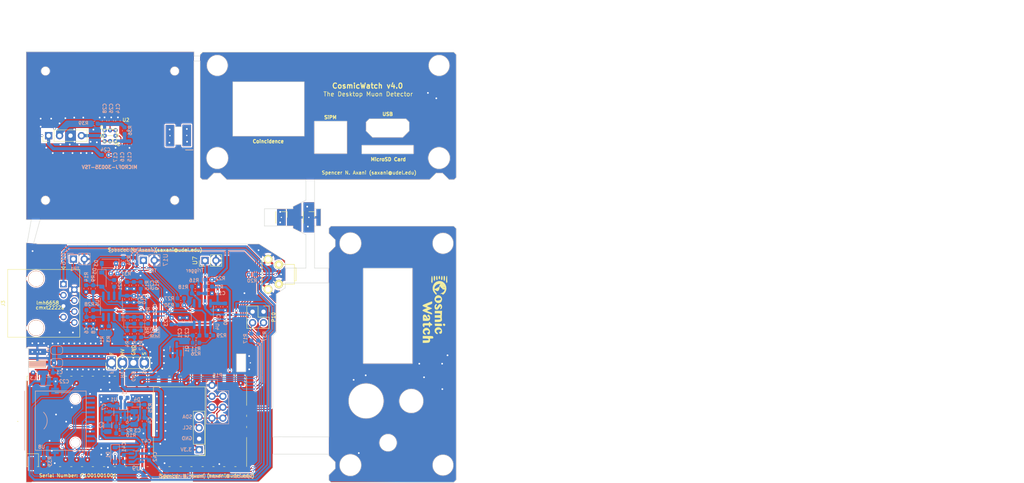
<source format=kicad_pcb>
(kicad_pcb (version 20221018) (generator pcbnew)
  (layers (0 "F.Cu" signal) (31 "B.Cu" signal) (34 "B.Paste" user) (35 "F.Paste" user) (36 "B.SilkS" user "B.Silkscreen") (37 "F.SilkS" user "F.Silkscreen") (38 "B.Mask" user) (39 "F.Mask" user) (44 "Edge.Cuts" user))
  (net 0 "")
  (net 1 "HV")
  (net 2 "SCL")
  (net 3 "SDA")
  (net 4 "Net-(R20-Pad2)")
  (net 5 "Net-(C14-Pad1)")
  (net 6 "PD")
  (net 7 "VCC")
  (net 8 "Net-(U9-Cfly-)")
  (net 9 "3.3V")
  (net 10 "GNDA")
  (net 11 "SiPM")
  (net 12 "CoincidentPin1")
  (net 13 "CoincidentPin2")
  (net 14 "SENSE")
  (net 15 "SCK")
  (net 16 "MOSI")
  (net 17 "MISO")
  (net 18 "CS")
  (net 19 "Net-(P10-P2)")
  (net 20 "Net-(P10-P4)")
  (net 21 "Net-(P3-P1)")
  (net 22 "Net-(P3-P2)")
  (net 23 "Net-(P3-P4)")
  (net 24 "FAST")
  (net 25 "TRG")
  (net 26 "Net-(U9-Cfly+)")
  (net 27 "Net-(U6-V-)")
  (net 28 "Net-(U6--INA)")
  (net 29 "Net-(U6-+INA)")
  (net 30 "Net-(U6-OUTB)")
  (net 33 "Net-(U8-Detect)")
  (net 35 "VBat")
  (net 36 "unconnected-(P13-P1-Pad1)")
  (net 37 "unconnected-(P2-P1-Pad1)")
  (net 38 "Net-(C15-Pad1)")
  (net 39 "unconnected-(P12-P1-Pad1)")
  (net 40 "VBUS")
  (net 41 "Net-(U2-F)")
  (net 42 "Net-(P16-P1)")
  (net 45 "Net-(U5-RUN)")
  (net 48 "VEE")
  (net 49 "Net-(U4-OUTA)")
  (net 52 "PWM")
  (net 53 "Net-(U5-GP14)")
  (net 54 "Net-(U5-GP15)")
  (net 55 "Net-(U1-FB)")
  (net 56 "Net-(D4-A)")
  (net 57 "Net-(D4-K)")
  (net 58 "Net-(U4--INA)")
  (net 60 "Net-(U4-V-)")
  (net 61 "Net-(U4--INB)")
  (net 62 "Net-(D3-A)")
  (net 63 "Net-(C13-Pad1)")
  (net 64 "Net-(C11-Pad2)")
  (net 65 "TriggerReset")
  (net 66 "SNG")
  (net 68 "AMP")
  (net 69 "Net-(D5-A)")
  (net 70 "Net-(D3-K)")
  (net 71 "Net-(U6-OUTA)")
  (footprint "MyFootprints:logo" (layer "F.Cu") (at 156.675 101.925 -90)
    (fp_text reference "P19" hide)
    (fp_text value "CONN_01X01" hide)
  )
  (footprint "Connector_PinHeader_2.54mm:PinHeader_1x01_P2.54mm_Vertical" (layer "F.Cu") (at 113.595 114.175 90)
    (fp_text reference "P14" hide)
    (fp_text value "CONN_01X01")
  )
  (footprint "Connector_PinHeader_2.54mm:PinHeader_2x02_P2.54mm_Vertical" (layer "F.Cu") (at 116.65 102.3 -90)
    (fp_text reference "P10")
    (fp_text value "CONN_02X02")
  )
  (footprint "MyFootprints:reset_button" (layer "F.Cu") (at 117.7075 97.125 90)
    (fp_text reference "SW1" hide)
    (fp_text value "RESET" hide)
  )
  (footprint "MyFootprints:PinHeader4_bigger_SiPM" (layer "F.Cu") (at 81.355 114.175 90)
    (fp_text reference "P1" hide)
    (fp_text value "CONN_01X04")
  )
  (footprint "Connector_PinHeader_2.54mm:PinHeader_1x04_P2.54mm_Vertical" (layer "F.Cu") (at 66.75137 61.420023 90)
    (fp_text reference "P3" hide)
    (fp_text value "CONN_01X04")
  )
  (footprint "MyFootprints:SiPM_PCB_Standoff" (layer "F.Cu") (at 103.775 61.375 90)
    (fp_text reference "P2" hide)
    (fp_text value "CONN_01X01")
  )
  (footprint "Connector_PinHeader_2.54mm:PinHeader_1x04_P2.54mm_Vertical" (layer "F.Cu") (at 101.7 134.35 180)
    (fp_text reference "P4" hide)
    (fp_text value "CONN_01X04")
  )
  (footprint "MyFootprints:RPi_Pico_SMD_TH_noThroughHoles" (layer "F.Cu") (at 87.225 127.775 90)
    (fp_text reference "U5" hide)
    (fp_text value "RasberryPi_Pico")
  )
  (footprint "Connector_PinHeader_2.54mm:PinHeader_1x01_P2.54mm_Vertical" (layer "F.Cu") (at 94.925 61.425 90)
    (fp_text reference "P12" hide)
    (fp_text value "CONN_01X01")
  )
  (footprint "Connector_PinHeader_2.54mm:PinHeader_1x01_P2.54mm_Vertical" (layer "F.Cu") (at 120.8 80.4 -90)
    (fp_text reference "P13" hide)
    (fp_text value "CONN_01X01")
  )
  (footprint "Connector_PinHeader_2.54mm:PinHeader_1x01_P2.54mm_Vertical" (layer "F.Cu") (at 127.175 80.4 -90)
    (fp_text reference "P11" hide)
    (fp_text value "CONN_01X01")
  )
  (footprint "MyFootprints:GND_circle" (layer "F.Cu") (at 129.025 53.615)
    (fp_text reference "P8" hide)
    (fp_text value "CONN_01X01")
  )
  (footprint "MyFootprints:SiPM_MicroFJ−300XX−TSV" (layer "F.Cu") (at 81.035 61.425 180)
    (fp_text reference "U2")
    (fp_text value "SiPM_MicroFJ−300XX−TSV")
  )
  (footprint "Connector_RJ:RJ45_OST_PJ012-8P8CX_Vertical" (layer "F.Cu") (at 70.195 95.915 -90)
    (fp_text reference "J3")
    (fp_text value "RJ45")
  )
  (footprint "Connector_PinHeader_2.54mm:PinHeader_1x02_P2.54mm_Vertical" (layer "F.Cu") (at 103.07 90.415 90)
    (fp_text reference "U7")
    (fp_text value "UMCC")
  )
  (footprint "Capacitor_SMD:C_0603_1608Metric" (layer "B.Cu") (at 63.91 116.455 180)
    (fp_text reference "L3")
    (fp_text value "INDUCTOR")
  )
  (footprint "MyFootprints:GND_circle" (layer "B.Cu") (at 135.665 92.035 90)
    (fp_text reference "P7" hide)
    (fp_text value "CONN_01X01")
  )
  (footprint "Capacitor_SMD:C_0603_1608Metric" (layer "B.Cu") (at 114 93.675)
    (fp_text reference "R20")
    (fp_text value "10k")
  )
  (footprint "Capacitor_SMD:C_0603_1608Metric" (layer "B.Cu") (at 80.735 106.45 90)
    (fp_text reference "R3")
    (fp_text value "49.9")
  )
  (footprint "Capacitor_SMD:C_0603_1608Metric" (layer "B.Cu") (at 65.625 137.025 90)
    (fp_text reference "R33")
    (fp_text value "10k")
  )
  (footprint "MyFootprints:sd_card" (layer "B.Cu") (at 75.465 134.4795 180)
    (fp_text reference "U8")
    (fp_text value "sd_card_socket" hide)
  )
  (footprint "Capacitor_SMD:C_1206_3216Metric" (layer "B.Cu") (at 66.89 118.485)
    (fp_text reference "C22")
    (fp_text value "6.8uF")
  )
  (footprint "Connector_PinHeader_2.54mm:PinHeader_2x04_P2.54mm_Vertical" (layer "B.Cu") (at 107.225 119.395 180)
    (fp_text reference "P15")
    (fp_text value "CONN_02X04")
  )
  (footprint "Capacitor_SMD:C_0603_1608Metric" (layer "B.Cu") (at 85.035 104.3 -90)
    (fp_text reference "R6")
    (fp_text value "30K")
  )
  (footprint "Package_SO:SOIC-8_3.9x4.9mm_P1.27mm" (layer "B.Cu") (at 81.335 101.075 90)
    (fp_text reference "U6")
    (fp_text value "LMH6658")
  )
  (footprint "Capacitor_SMD:C_0603_1608Metric" (layer "B.Cu") (at 75.53 104.325 90)
    (fp_text reference "C6")
    (fp_text value "0.1uF")
  )
  (footprint "Capacitor_SMD:C_0603_1608Metric" (layer "B.Cu") (at 82.30137 63.470023 -90)
    (fp_text reference "C17")
    (fp_text value "10p")
  )
  (footprint "Capacitor_SMD:C_0603_1608Metric" (layer "B.Cu") (at 83.90137 63.495023 -90)
    (fp_text reference "C16")
    (fp_text value "10nF")
  )
  (footprint "Capacitor_SMD:C_0603_1608Metric" (layer "B.Cu") (at 85.50137 63.470023 -90)
    (fp_text reference "C15")
    (fp_text value "100n")
  )
  (footprint "Capacitor_SMD:C_0603_1608Metric" (layer "B.Cu") (at 83.21 128.965)
    (fp_text reference "R2")
    (fp_text value "147k")
  )
  (footprint "Capacitor_SMD:C_0603_1608Metric" (layer "B.Cu") (at 79.895 65.915)
    (fp_text reference "C24")
    (fp_text value "10nF")
  )
  (footprint "Capacitor_SMD:C_0603_1608Metric" (layer "B.Cu") (at 84.31 122.295 180)
    (fp_text reference "L1")
    (fp_text value "15uH")
  )
  (footprint "Capacitor_SMD:C_0603_1608Metric" (layer "B.Cu") (at 77.13 104.325 90)
    (fp_text reference "C8")
    (fp_text value "10nF")
  )
  (footprint "Jumper:SolderJumper-2_P1.3mm_Open_RoundedPad1.0x1.5mm" (layer "B.Cu") (at 68.625 114.175)
    (fp_text reference "P16" hide)
    (fp_text value "CONN_01X02")
  )
  (footprint "MyFootprints:SMA_side_mount_sideways" (layer "B.Cu") (at 64.145 114.525)
    (fp_text reference "U3" hide)
    (fp_text value "MMCX")
  )
  (footprint "Capacitor_SMD:C_0603_1608Metric" (layer "B.Cu") (at 79.745 57.965 90)
    (fp_text reference "C28")
    (fp_text value "100n")
  )
  (footprint "Capacitor_SMD:C_0603_1608Metric" (layer "B.Cu") (at 82.845 57.965 90)
    (fp_text reference "C14")
    (fp_text value "10p")
  )
  (footprint "Capacitor_SMD:C_0603_1608Metric" (layer "B.Cu") (at 81.295 57.965 90)
    (fp_text reference "C26")
    (fp_text value "10nF")
  )
  (footprint "Capacitor_SMD:C_0603_1608Metric" (layer "B.Cu") (at 84.94 96.175 90)
    (fp_text reference "R15")
    (fp_text value "100k")
  )
  (footprint "Capacitor_SMD:C_0603_1608Metric" (layer "B.Cu") (at 100.995 107.815 180)
    (fp_text reference "R11")
    (fp_text value "NA")
  )
  (footprint "Capacitor_SMD:C_0603_1608Metric" (layer "B.Cu") (at 106.145 101.14 -90)
    (fp_text reference "C5")
    (fp_text value "10nF")
  )
  (footprint "Capacitor_SMD:C_0603_1608Metric" (layer "B.Cu") (at 88.245 107.465 90)
    (fp_text reference "R12")
    (fp_text value "10k")
  )
  (footprint "Capacitor_SMD:C_0603_1608Metric" (layer "B.Cu") (at 84.40137 60.270023 90)
    (fp_text reference "R36")
    (fp_text value "10")
  )
  (footprint "Connector_PinHeader_2.54mm:PinHeader_1x02_P2.54mm_Vertical" (layer "B.Cu") (at 88.755 90.365 -90)
    (fp_text reference "U17")
    (fp_text value "UMCC")
  )
  (footprint "Capacitor_SMD:C_0603_1608Metric" (layer "B.Cu") (at 104.195 107.815)
    (fp_text reference "R29")
    (fp_text value "NA")
  )
  (footprint "Capacitor_SMD:C_0603_1608Metric" (layer "B.Cu") (at 100.97 109.515 180)
    (fp_text reference "R26")
    (fp_text value "0")
  )
  (footprint "Capacitor_SMD:C_0603_1608Metric" (layer "B.Cu") (at 88.99 124.645 90)
    (fp_text reference "R25")
    (fp_text value "100")
  )
  (footprint "Package_TO_SOT_SMD:SOT-23-5" (layer "B.Cu") (at 87.1275 136.18)
    (fp_text reference "U9")
    (fp_text value "TPS6040X")
  )
  (footprint "Capacitor_SMD:C_0603_1608Metric" (layer "B.Cu") (at 88.99 127.735 -90)
    (fp_text reference "C4")
    (fp_text value "1uF")
  )
  (footprint "Capacitor_SMD:C_0603_1608Metric" (layer "B.Cu") (at 81.97 95.725 90)
    (fp_text reference "R21")
    (fp_text value "200")
  )
  (footprint "Capacitor_SMD:C_0603_1608Metric" (layer "B.Cu") (at 66.965 116.455)
    (fp_text reference "C1")
    (fp_text value "1uF")
  )
  (footprint "Capacitor_SMD:C_0603_1608Metric" (layer "B.Cu") (at 100.8 96.45)
    (fp_text reference "R18")
    (fp_text value "100")
  )
  (footprint "Capacitor_SMD:C_0603_1608Metric" (layer "B.Cu") (at 103.925 96.45 180)
    (fp_text reference "R7")
    (fp_text value "10k")
  )
  (footprint "Capacitor_SMD:C_0603_1608Metric" (layer "B.Cu") (at 103.925 94.85 180)
    (fp_text reference "R22")
    (fp_text value "10k")
  )
  (footprint "Package_TO_SOT_SMD:SOT-23-6_Handsoldering" (layer "B.Cu") (at 83.515 125.56 90)
    (fp_text reference "U1")
    (fp_text value "MAX5026")
  )
  (footprint "Capacitor_SMD:C_1206_3216Metric" (layer "B.Cu") (at 86.64 126.98 90)
    (fp_text reference "C3")
    (fp_text value "2.2uF")
  )
  (footprint "Package_SO:SOIC-8_3.9x4.9mm_P1.27mm" (layer "B.Cu") (at 102.445 102.84 90)
    (fp_text reference "U4")
    (fp_text value "LMH6658")
  )
  (footprint "Capacitor_SMD:C_0603_1608Metric" (layer "B.Cu") (at 97.245 104.49 -90)
    (fp_text reference "C21")
    (fp_text value "0.1uF")
  )
  (footprint "Jumper:SolderJumper-2_P1.3mm_Open_RoundedPad1.0x1.5mm" (layer "B.Cu") (at 68.615 111.225)
    (fp_text reference "P5" hide)
    (fp_text value "CONN_01X02")
  )
  (footprint "Capacitor_SMD:C_0603_1608Metric" (layer "B.Cu") (at 77.105 96.95 90)
    (fp_text reference "R9")
    (fp_text value "NA")
  )
  (footprint "Capacitor_SMD:C_0603_1608Metric" (layer "B.Cu") (at 103.9 98.05 180)
    (fp_text reference "C11")
    (fp_text value "10n")
  )
  (footprint "Capacitor_SMD:C_0603_1608Metric" (layer "B.Cu") (at 86.675 107.445 90)
    (fp_text reference "R13")
    (fp_text value "10k")
  )
  (footprint "Capacitor_SMD:C_0603_1608Metric" (layer "B.Cu") (at 88.235 104.3 90)
    (fp_text reference "C13")
    (fp_text value "10nF")
  )
  (footprint "Diode_SMD:D_SOD-123" (layer "B.Cu") (at 80.75 91.1 180)
    (fp_text reference "D3")
    (fp_text value "D_Schottky")
  )
  (footprint "Capacitor_SMD:C_0603_1608Metric" (layer "B.Cu") (at 113.825 108.2 90)
    (fp_text reference "R17")
    (fp_text value "100")
  )
  (footprint "Capacitor_SMD:C_0603_1608Metric" (layer "B.Cu") (at 86.635 104.3 -90)
    (fp_text reference "C18")
    (fp_text value "10pF")
  )
  (footprint "Capacitor_SMD:C_0603_1608Metric" (layer "B.Cu") (at 98.845 104.465 -90)
    (fp_text reference "C23")
    (fp_text value "10nF")
  )
  (footprint "Capacitor_SMD:C_0603_1608Metric" (layer "B.Cu") (at 75.465 96.935 90)
    (fp_text reference "R14")
    (fp_text value "100k")
  )
  (footprint "Capacitor_SMD:C_0603_1608Metric" (layer "B.Cu") (at 95.32 104.49 90)
    (fp_text reference "R23")
    (fp_text value "47k")
  )
  (footprint "Capacitor_SMD:C_0603_1608Metric" (layer "B.Cu") (at 115.425 108.2 -90)
    (fp_text reference "R37")
    (fp_text value "100")
  )
  (footprint "Capacitor_SMD:C_0603_1608Metric" (layer "B.Cu") (at 80.89 124.755 90)
    (fp_text reference "C7")
    (fp_text value "10nF")
  )
  (footprint "Capacitor_SMD:C_0603_1608Metric" (layer "B.Cu") (at 84.19 136.355 90)
    (fp_text reference "C41")
    (fp_text value "~")
  )
  (footprint "Capacitor_SMD:C_0603_1608Metric" (layer "B.Cu") (at 86.54 99.375 -90)
    (fp_text reference "C10")
    (fp_text value "0.1u")
  )
  (footprint "Capacitor_SMD:C_0603_1608Metric" (layer "B.Cu") (at 81.97 93.425 180)
    (fp_text reference "R31")
    (fp_text value "0")
  )
  (footprint "Diode_SMD:D_SOD-123" (layer "B.Cu") (at 79.1 94.85 -90)
    (fp_text reference "D5")
    (fp_text value "D_Schottky")
  )
  (footprint "Capacitor_SMD:C_0603_1608Metric" (layer "B.Cu") (at 97.445 100.775 180)
    (fp_text reference "R30")
    (fp_text value "NA")
  )
  (footprint "Capacitor_SMD:C_0603_1608Metric" (layer "B.Cu") (at 89.835 104.3 -90)
    (fp_text reference "R5")
    (fp_text value "1k")
  )
  (footprint "Capacitor_SMD:C_0603_1608Metric" (layer "B.Cu") (at 76.305 101.925)
    (fp_text reference "R28")
    (fp_text value "47k")
  )
  (footprint "Capacitor_SMD:C_0603_1608Metric" (layer "B.Cu") (at 100.8 98.05 180)
    (fp_text reference "R16")
    (fp_text value "10k")
  )
  (footprint "Capacitor_SMD:C_0603_1608Metric" (layer "B.Cu") (at 88.14 96.175 90)
    (fp_text reference "R19")
    (fp_text value "NA")
  )
  (footprint "Diode_SMD:D_SOD-123" (layer "B.Cu") (at 82.19 135.48 -90)
    (fp_text reference "D1")
    (fp_text value "DIODE")
  )
  (footprint "Capacitor_SMD:C_0603_1608Metric" (layer "B.Cu") (at 107.745 101.165 -90)
    (fp_text reference "C20")
    (fp_text value "0.1u")
  )
  (footprint "Capacitor_SMD:C_0603_1608Metric" (layer "B.Cu") (at 77.35137 58.620023)
    (fp_text reference "R39")
    (fp_text value "10")
  )
  (footprint "Capacitor_SMD:C_0603_1608Metric" (layer "B.Cu") (at 91.435 104.3 90)
    (fp_text reference "C12")
    (fp_text value "20pF")
  )
  (footprint "Capacitor_SMD:C_1206_3216Metric" (layer "B.Cu") (at 80.48 128.65 90)
    (fp_text reference "C2")
    (fp_text value "4.7uF")
  )
  (footprint "Capacitor_SMD:C_0603_1608Metric" (layer "B.Cu") (at 84.105 90.505 90)
    (fp_text reference "R24")
    (fp_text value "1k")
  )
  (footprint "Capacitor_SMD:C_0603_1608Metric" (layer "B.Cu") (at 90.065 136.005 90)
    (fp_text reference "C42")
    (fp_text value "10uF")
  )
  (footprint "Capacitor_SMD:C_0603_1608Metric" (layer "B.Cu") (at 79.135 106.45 90)
    (fp_text reference "R1")
    (fp_text value "47k")
  )
  (footprint "Connector_PinHeader_2.54mm:PinHeader_1x02_P2.54mm_Vertical" (layer "B.Cu") (at 72.505 90.065 -90)
    (fp_text reference "U16")
    (fp_text value "UMCC")
  )
  (footprint "Capacitor_SMD:C_0603_1608Metric" (layer "B.Cu") (at 83.21 130.535 180)
    (fp_text reference "R10")
    (fp_text value "6.65k")
  )
  (footprint "Capacitor_SMD:C_0603_1608Metric" (layer "B.Cu") (at 84.94 99.375 -90)
    (fp_text reference "C9")
    (fp_text value "10nF")
  )
  (footprint "Capacitor_SMD:C_0603_1608Metric" (layer "B.Cu") (at 85.035 107.45 -90)
    (fp_text reference "R4")
    (fp_text value "1k")
  )
  (footprint "Diode_SMD:D_SOD-523" (layer "B.Cu") (at 86.73 123.865 180)
    (fp_text reference "D4")
    (fp_text value "D_Schottky")
  )
  (footprint "Capacitor_SMD:C_0603_1608Metric" (layer "B.Cu") (at 86.54 96.175 -90)
    (fp_text reference "C25")
    (fp_text value "2nF")
  )
  (footprint "Capacitor_SMD:C_0603_1608Metric" (layer "B.Cu") (at 89.29 133.63 180)
    (fp_text reference "C47")
    (fp_text value "1uF")
  )
  (footprint "Package_TO_SOT_SMD:SOT-23" (layer "B.Cu") (at 96.495 110.9525 90)
    (fp_text reference "Q1")
    (fp_text value "2N7002")
  )
  (footprint "Capacitor_SMD:C_0603_1608Metric" (layer "B.Cu") (at 97.445 99.175)
    (fp_text reference "R27")
    (fp_text value "NA")
  )
  (gr_rect (start 84.215 102.725) (end 89.055 105.875) (stroke (width 0.1)) (fill none) (layer "B.SilkS"))
  (gr_line (start 100.29863 64.724977) (end 98.54863 64.724977) (stroke (width 0.15)) (layer "B.SilkS"))
  (gr_circle (center 84.99 127.98) (end 84.84 127.78) (stroke (width 0.15)) (fill none) (layer "B.SilkS"))
  (gr_rect (start 89.055 105.875) (end 92.545 108.325) (stroke (width 0.1)) (fill none) (layer "B.SilkS"))
  (gr_line (start 59.675 127.775) (end 59.475 127.775) (stroke (width 0.15)) (layer "F.SilkS"))
  (gr_line (start 100.19863 64.724977) (end 98.54863 64.724977) (stroke (width 0.15)) (layer "F.SilkS"))
  (gr_line (start 94.175 141.775) (end 69.025 141.775) (stroke (width 0.1)) (layer "Edge.Cuts"))
  (gr_line (start 68.325 141.775) (end 63.675 141.775) (stroke (width 0.1)) (layer "Edge.Cuts"))
  (gr_line (start 100.675 141.775) (end 94.175 141.775) (stroke (width 0.1)) (layer "Edge.Cuts"))
  (gr_line (start 101.625 141.775) (end 100.675 141.775) (stroke (width 0.1)) (layer "Edge.Cuts"))
  (gr_line (start 102.325 141.775) (end 101.675 141.775) (stroke (width 0.1)) (layer "Edge.Cuts"))
  (gr_line (start 101.675 141.775) (end 101.625 141.775) (stroke (width 0.1)) (layer "Edge.Cuts"))
  (gr_line (start 69.025 141.775) (end 68.325 141.775) (stroke (width 0.1)) (layer "Edge.Cuts"))
  (gr_line (start 115.575 141.775) (end 102.325 141.775) (stroke (width 0.1)) (layer "Edge.Cuts"))
  (gr_line (start 62.675 141.925) (end 61.525 141.925) (stroke (width 0.1)) (layer "Edge.Cuts"))
  (gr_line (start 62.925 141.825) (end 62.675 141.925) (stroke (width 0.1)) (layer "Edge.Cuts"))
  (gr_line (start 62.925 141.825) (end 63.575 141.825) (stroke (width 0.1)) (layer "Edge.Cuts"))
  (gr_line (start 63.575 141.825) (end 63.675 141.775) (stroke (width 0.1)) (layer "Edge.Cuts"))
  (gr_line (start 64.145 86.575) (end 106.725 86.575) (stroke (width 0.1)) (layer "Edge.Cuts"))
  (gr_line (start 61.525 108.425) (end 61.525 92.325) (stroke (width 0.1)) (layer "Edge.Cuts"))
  (gr_line (start 61.525 118.325) (end 61.525 141.925) (stroke (width 0.1)) (layer "Edge.Cuts"))
  (gr_line (start 61.525 92.325) (end 61.525 86.325) (stroke (width 0.1)) (layer "Edge.Cuts"))
  (gr_line (start 118.8 138.55) (end 115.575 141.775) (stroke (width 0.1)) (layer "Edge.Cuts"))
  (gr_line (start 118.8 135.375) (end 118.8 138.55) (stroke (width 0.1)) (layer "Edge.Cuts"))
  (gr_line (start 118.8 135.375) (end 131.825 135.375) (stroke (width 0.1)) (layer "Edge.Cuts"))
  (gr_line (start 132.325 141.925) (end 160.825 141.925) (stroke (width 0.1)) (layer "Edge.Cuts"))
  (gr_line (start 156.675 82.425) (end 132.325 82.425) (stroke (width 0.1)) (layer "Edge.Cuts"))
  (gr_line (start 151.225 92.225) (end 139.825 92.225) (stroke (width 0.1)) (layer "Edge.Cuts"))
  (gr_line (start 139.825 92.225) (end 139.825 114.325) (stroke (width 0.1)) (layer "Edge.Cuts"))
  (gr_line (start 139.825 114.325) (end 151.225 114.325) (stroke (width 0.1)) (layer "Edge.Cuts"))
  (gr_line (start 151.225 114.325) (end 151.225 92.225) (stroke (width 0.1)) (layer "Edge.Cuts"))
  (gr_line (start 131.825 84.125) (end 133.325 85.625) (stroke (width 0.1)) (layer "Edge.Cuts"))
  (gr_line (start 133.325 85.625) (end 133.325 87.125) (stroke (width 0.1)) (layer "Edge.Cuts"))
  (gr_line (start 131.825 140.225) (end 133.325 138.725) (stroke (width 0.1)) (layer "Edge.Cuts"))
  (gr_line (start 133.325 138.725) (end 133.325 137.225) (stroke (width 0.1)) (layer "Edge.Cuts"))
  (gr_line (start 133.325 137.225) (end 131.825 135.725) (stroke (width 0.1)) (layer "Edge.Cuts"))
  (gr_line (start 131.825 82.925) (end 131.825 84.125) (stroke (width 0.1)) (layer "Edge.Cuts"))
  (gr_line (start 131.825 140.225) (end 131.825 141.425) (stroke (width 0.1)) (layer "Edge.Cuts"))
  (gr_line (start 131.825 95.625) (end 131.825 131.375) (stroke (width 0.1)) (layer "Edge.Cuts"))
  (gr_circle (center 145.575 132.725) (end 147.575 132.675) (stroke (width 0.1)) (fill none) (layer "Edge.Cuts"))
  (gr_line (start 160.825 82.425) (end 161.425 83.025) (stroke (width 0.1)) (layer "Edge.Cuts"))
  (gr_line (start 160.825 141.925) (end 161.425 141.325) (stroke (width 0.1)) (layer "Edge.Cuts"))
  (gr_line (start 131.825 82.925) (end 132.325 82.425) (stroke (width 0.1)) (layer "Edge.Cuts"))
  (gr_line (start 132.325 141.925) (end 131.825 141.425) (stroke (width 0.1)) (layer "Edge.Cuts"))
  (gr_line (start 115.625 86.575) (end 106.725 86.575) (stroke (width 0.1)) (layer "Edge.Cuts"))
  (gr_line (start 110.385 112.1) (end 112.535 112.1) (stroke (width 0.1)) (layer "Edge.Cuts"))
  (gr_circle (center 150.975 123.025) (end 153.675 122.375) (stroke (width 0.1)) (fill none) (layer "Edge.Cuts"))
  (gr_line (start 118.8 131.375) (end 118.8 107.875) (stroke (width 0.1)) (layer "Edge.Cuts"))
  (gr_line (start 133.325 87.125) (end 131.825 88.625) (stroke (width 0.1)) (layer "Edge.Cuts"))
  (gr_line (start 121.675 96.775) (end 119.625 98.175) (stroke (width 0.1)) (layer "Edge.Cuts"))
  (gr_line (start 131.825 135.375) (end 131.825 135.725) (stroke (width 0.1)) (layer "Edge.Cuts"))
  (gr_line (start 121.675 95.625) (end 121.675 96.775) (stroke (width 0.1)) (layer "Edge.Cuts"))
  (gr_line (start 110.385 116.25) (end 110.385 112.1) (stroke (width 0.1)) (layer "Edge.Cuts"))
  (gr_line (start 119.425 88.975) (end 121.675 90.425) (stroke (width 0.1)) (layer "Edge.Cuts"))
  (gr_circle (center 96.025 46.425) (end 96.025 47.425) (stroke (width 0.1)) (fill none) (layer "Edge.Cuts"))
  (gr_circle (center 66.025 76.425) (end 66.025 77.425) (stroke (width 0.1)) (fill none) (layer "Edge.Cuts"))
  (gr_line (start 95.975 59.35) (end 97.775 59.35) (stroke (width 0.1)) (layer "Edge.Cuts"))
  (gr_line (start 97.775 59.35) (end 97.775 63.5) (stroke (width 0.1)) (layer "Edge.Cuts"))
  (gr_line (start 97.775 63.5) (end 95.975 63.5) (stroke (width 0.1)) (layer "Edge.Cuts"))
  (gr_line (start 95.975 63.5) (end 95.975 59.35) (stroke (width 0.1)) (layer "Edge.Cuts"))
  (gr_line (start 119.425 88.975) (end 115.625 86.575) (stroke (width 0.1)) (layer "Edge.Cuts"))
  (gr_line (start 126.5 92.175) (end 121.9 92.175) (stroke (width 0.1)) (layer "Edge.Cuts"))
  (gr_line (start 121.675 95.625) (end 131.825 95.625) (stroke (width 0.1)) (layer "Edge.Cuts"))
  (gr_circle (center 136.825 86.425) (end 139.325 86.425) (stroke (width 0.1)) (fill none) (layer "Edge.Cuts"))
  (gr_circle (center 158.325 86.425) (end 160.725 86.425) (stroke (width 0.1)) (fill none) (layer "Edge.Cuts"))
  (gr_circle (center 158.325 137.925) (end 160.725 137.925) (stroke (width 0.1)) (fill none) (layer "Edge.Cuts"))
  (gr_circle (center 136.825 137.925) (end 139.325 137.925) (stroke (width 0.1)) (fill none) (layer "Edge.Cuts"))
  (gr_line (start 61.525 110.825) (end 61.525 108.425) (stroke (width 0.1)) (layer "Edge.Cuts"))
  (gr_line (start 131.825 92.175) (end 131.825 88.625) (stroke (width 0.1)) (layer "Edge.Cuts"))
  (gr_line (start 106.625 70.125) (end 108.125 71.625) (stroke (width 0.1)) (layer "Edge.Cuts"))
  (gr_line (start 105.125 70.125) (end 106.625 70.125) (stroke (width 0.1)) (layer "Edge.Cuts"))
  (gr_line (start 156.725 70.125) (end 155.225 71.625) (stroke (width 0.1)) (layer "Edge.Cuts"))
  (gr_line (start 101.925 44.095) (end 101.925 71.125) (stroke (width 0.1)) (layer "Edge.Cuts"))
  (gr_line (start 161.425 71.125) (end 161.425 42.625) (stroke (width 0.1)) (layer "Edge.Cuts"))
  (gr_line (start 103.625 71.625) (end 105.125 70.125) (stroke (width 0.1)) (layer "Edge.Cuts"))
  (gr_line (start 159.725 71.625) (end 158.225 70.125) (stroke (width 0.1)) (layer "Edge.Cuts"))
  (gr_line (start 158.225 70.125) (end 156.725 70.125) (stroke (width 0.1)) (layer "Edge.Cuts"))
  (gr_line (start 150.475 59.225) (end 150.475 58.275) (stroke (width 0.1)) (layer "Edge.Cuts"))
  (gr_line (start 149.725 57.525) (end 141.225 57.525) (stroke (width 0.1)) (layer "Edge.Cuts"))
  (gr_line (start 140.475 58.275) (end 140.475 60.325) (stroke (width 0.1)) (layer "Edge.Cuts"))
  (gr_line (start 141.975 61.825) (end 148.975 61.825) (stroke (width 0.1)) (layer "Edge.Cuts"))
  (gr_line (start 150.475 60.325) (end 150.475 59.225) (stroke (width 0.1)) (layer "Edge.Cuts"))
  (gr_line (start 109.525 61.525) (end 126.125 61.525) (stroke (width 0.1)) (layer "Edge.Cuts"))
  (gr_line (start 126.125 48.925) (end 109.525 48.925) (stroke (width 0.1)) (layer "Edge.Cuts"))
  (gr_line (start 109.525 48.925) (end 109.525 61.525) (stroke (width 0.1)) (layer "Edge.Cuts"))
  (gr_line (start 155.025 71.625) (end 128.5 71.625) (stroke (width 0.1)) (layer "Edge.Cuts"))
  (gr_line (start 155.225 71.625) (end 155.025 71.625) (stroke (width 0.1)) (layer "Edge.Cuts"))
  (gr_line (start 126.125 61.525) (end 126.125 48.925) (stroke (width 0.1)) (layer "Edge.Cuts"))
  (gr_line (start 108.125 71.625) (end 126.5 71.625) (stroke (width 0.1)) (layer "Edge.Cuts"))
  (gr_line (start 160.925 71.625) (end 161.425 71.125) (stroke (width 0.1)) (layer "Edge.Cuts"))
  (gr_line (start 101.925 71.125) (end 102.425 71.625) (stroke (width 0.1)) (layer "Edge.Cuts"))
  (gr_line (start 151.475 63.675) (end 151.475 65.625) (stroke (width 0.1)) (layer "Edge.Cuts"))
  (gr_line (start 151.475 65.625) (end 139.475 65.625) (stroke (width 0.1)) (layer "Edge.Cuts"))
  (gr_line (start 139.475 65.625) (end 139.475 63.675) (stroke (width 0.1)) (layer "Edge.Cuts"))
  (gr_line (start 139.475 63.675) (end 151.475 63.675) (stroke (width 0.1)) (layer "Edge.Cuts"))
  (gr_line (start 101.925 42.625) (end 102.525 42.025) (stroke (width 0.1)) (layer "Edge.Cuts"))
  (gr_line (start 161.425 42.625) (end 160.825 42.025) (stroke (width 0.1)) (layer "Edge.Cuts"))
  (gr_line (start 102.525 42.025) (end 160.825 42.025) (stroke (width 0.1)) (layer "Edge.Cuts"))
  (gr_line (start 141.975 61.825) (end 140.475 60.325) (stroke (width 0.1)) (layer "Edge.Cuts"))
  (gr_line (start 148.975 61.825) (end 150.475 60.325) (stroke (width 0.1)) (layer "Edge.Cuts"))
  (gr_line (start 150.475 58.275) (end 149.725 57.525) (stroke (width 0.1)) (layer "Edge.Cuts"))
  (gr_line (start 140.475 58.275) (end 141.225 57.525) (stroke (width 0.1)) (layer "Edge.Cuts"))
  (gr_line (start 159.725 71.625) (end 160.925 71.625) (stroke (width 0.1)) (layer "Edge.Cuts"))
  (gr_circle (center 105.925 45.125) (end 108.325 45.125) (stroke (width 0.1)) (fill none) (layer "Edge.Cuts"))
  (gr_circle (center 105.925 66.625) (end 108.425 66.625) (stroke (width 0.1)) (fill none) (layer "Edge.Cuts"))
  (gr_circle (center 157.425 66.625) (end 159.925 66.625) (stroke (width 0.1)) (fill none) (layer "Edge.Cuts"))
  (gr_circle (center 157.425 45.125) (end 159.825 45.125) (stroke (width 0.1)) (fill none) (layer "Edge.Cuts"))
  (gr_line (start 136.025 65.575) (end 128.475 65.575) (stroke (width 0.1)) (layer "Edge.Cuts"))
  (gr_line (start 136.025 58.075) (end 136.025 65.575) (stroke (width 0.1)) (layer "Edge.Cuts"))
  (gr_line (start 136.025 58.075) (end 128.475 58.075) (stroke (width 0.1)) (layer "Edge.Cuts"))
  (gr_line (start 128.475 65.575) (end 128.475 58.075) (stroke (width 0.1)) (layer "Edge.Cuts"))
  (gr_line (start 61.775 86.325) (end 62.735 80.925) (stroke (width 0.1)) (layer "Edge.Cuts"))
  (gr_line (start 116.9 82.4) (end 123.5 82.4) (stroke (width 0.1)) (layer "Edge.Cuts"))
  (gr_line (start 128.5 78.4) (end 128.5 71.625) (stroke (width 0.1)) (layer "Edge.Cuts"))
  (gr_line (start 128.5 92.175) (end 128.5 82.4) (stroke (width 0.1)) (layer "Edge.Cuts"))
  (gr_line (start 128.5 82.4) (end 129.975 82.4) (stroke (width 0.1)) (layer "Edge.Cuts"))
  (gr_line (start 123.5 78.4) (end 123.5 77.875) (stroke (width 0.1)) (layer "Edge.Cuts"))
  (gr_line (start 128.5 78.4) (end 129.975 78.4) (stroke (width 0.1)) (layer "Edge.Cuts"))
  (gr_line (start 123.5 78.4) (end 116.875 78.4) (stroke (width 0.1)) (layer "Edge.Cuts"))
  (gr_line (start 61.525 110.825) (end 62.075 110.825) (stroke (width 0.1)) (layer "Edge.Cuts"))
  (gr_circle (center 96.025 76.425) (end 96.025 77.425) (stroke (width 0.1)) (fill none) (layer "Edge.Cuts"))
  (gr_line (start 123.5 82.925) (end 126.5 84.4) (stroke (width 0.1)) (layer "Edge.Cuts"))
  (gr_line (start 160.675 82.425) (end 160.825 82.425) (stroke (width 0.1)) (layer "Edge.Cuts"))
  (gr_line (start 116.875 78.4) (end 116.875 82.4) (stroke (width 0.1)) (layer "Edge.Cuts"))
  (gr_line (start 69.020023 41.92363) (end 100.525 41.925) (stroke (width 0.1)) (layer "Edge.Cuts"))
  (gr_line (start 120.175 131.355) (end 118.8 131.375) (stroke (width 0.1)) (layer "Edge.Cuts"))
  (gr_line (start 119.625 98.175) (end 119.625 107.025) (stroke (width 0.1)) (layer "Edge.Cuts"))
  (gr_line (start 100.525 80.925) (end 100.495 44.095) (stroke (width 0.1)) (layer "Edge.Cuts"))
  (gr_line (start 112.535 112.1) (end 112.535 116.25) (stroke (width 0.1)) (layer "Edge.Cuts"))
  (gr_line (start 126.5 76.4) (end 126.5 71.625) (stroke (width 0.1)) (layer "Edge.Cuts"))
  (gr_line (start 126.5 92.175) (end 126.5 84.4) (stroke (width 0.1)) (layer "Edge.Cuts"))
  (gr_line (start 100.525 42.925) (end 100.525 41.925) (stroke (width 0.1)) (layer "Edge.Cuts"))
  (gr_line (start 100.525 80.925) (end 64.785 80.925) (stroke (width 0.1)) (layer "Edge.Cuts"))
  (gr_line (start 63.255 86.465) (end 64.785 80.925) (stroke (width 0.1)) (layer "Edge.Cuts"))
  (gr_circle (center 66.025 46.425) (end 66.025 47.425) (stroke (width 0.1)) (fill none) (layer "Edge.Cuts"))
  (gr_line (start 62.075 118.325) (end 61.525 118.325) (stroke (width 0.1)) (layer "Edge.Cuts"))
  (gr_line (start 123.5 82.4) (end 123.5 82.925) (stroke (width 0.1)) (layer "Edge.Cuts"))
  (gr_line (start 63.825 86.455) (end 63.255 86.465) (stroke (width 0.1)) (layer "Edge.Cuts"))
  (gr_line (start 121.675 92.175) (end 121.9 92.175) (stroke (width 0.1)) (layer "Edge.Cuts"))
  (gr_line (start 100.495 44.095) (end 101.925 44.095) (stroke (width 0.1)) (layer "Edge.Cuts"))
  (gr_line (start 62.075 110.825) (end 62.075 118.325) (stroke (width 0.1)) (layer "Edge.Cuts"))
  (gr_line (start 116.875 82.4) (end 116.9 82.4) (stroke (width 0.1)) (layer "Edge.Cuts"))
  (gr_line (start 121.675 90.425) (end 121.675 92.175) (stroke (width 0.1)) (layer "Edge.Cuts"))
  (gr_line (start 156.675 82.425) (end 160.675 82.425) (stroke (width 0.1)) (layer "Edge.Cuts"))
  (gr_line (start 61.525 41.925) (end 61.525 80.925) (stroke (width 0.1)) (layer "Edge.Cuts"))
  (gr_line (start 129.975 78.4) (end 129.975 82.4) (stroke (width 0.1)) (layer "Edge.Cuts"))
  (gr_line (start 161.425 83.025) (end 161.425 141.325) (stroke (width 0.1)) (layer "Edge.Cuts"))
  (gr_circle (center 140.475 123.025) (end 144.525 122.975) (stroke (width 0.1)) (fill none) (layer "Edge.Cuts"))
  (gr_line (start 64.145 86.575) (end 63.825 86.455) (stroke (width 0.1)) (layer "Edge.Cuts"))
  (gr_line (start 128.5 92.175) (end 131.825 92.175) (stroke (width 0.1)) (layer "Edge.Cuts"))
  (gr_line (start 112.535 116.25) (end 110.385 116.25) (stroke (width 0.1)) (layer "Edge.Cuts"))
  (gr_line (start 120.175 131.355) (end 131.825 131.375) (stroke (width 0.1)) (layer "Edge.Cuts"))
  (gr_line (start 103.625 71.625) (end 102.425 71.625) (stroke (width 0.1)) (layer "Edge.Cuts"))
  (gr_line (start 119.625 107.025) (end 118.8 107.875) (stroke (width 0.1)) (layer "Edge.Cuts"))
  (gr_line (start 69.020023 41.92363) (end 61.525 41.925) (stroke (width 0.1)) (layer "Edge.Cuts"))
  (gr_line (start 123.5 77.875) (end 126.5 76.4) (stroke (width 0.1)) (layer "Edge.Cuts"))
  (gr_line (start 62.735 80.925) (end 61.525 80.925) (stroke (width 0.1)) (layer "Edge.Cuts"))
  (gr_line (start 101.925 42.625) (end 101.925 42.925) (stroke (width 0.1)) (layer "Edge.Cuts"))
  (gr_line (start 61.775 86.325) (end 61.525 86.325) (stroke (width 0.1)) (layer "Edge.Cuts"))
  (gr_line (start 100.525 42.925) (end 101.925 42.925) (stroke (width 0.1)) (layer "Edge.Cuts"))
  (gr_text "TP1" (at 72.82 92.365) (layer "B.SilkS") (effects (font (size 0.8 0.8)) (justify mirror)))
  (gr_text "S" (at 88.945 116.455 270) (layer "B.SilkS") (effects (font (size 0.8 0.8)) (justify mirror)))
  (gr_text "HV" (at 83.855 116.955 -90) (layer "B.SilkS") (effects (font (size 0.8 0.8)) (justify mirror)))
  (gr_text "TP2" (at 90.745 92.765) (layer "B.SilkS") (effects (font (size 0.8 0.8)) (justify mirror)))
  (gr_text "(saxani@udel.edu)" (at 86.18881 87.965) (layer "B.SilkS") (effects (font (size 0.8 0.8)) (justify mirror)))
  (gr_text "(saxani@udel.edu)" (at 97.75881 140.375) (layer "B.SilkS") (effects (font (size 0.8 0.8)) (justify mirror)))
  (gr_text "SCL" (at 100.19 129.68) (layer "B.SilkS") (effects (font (size 0.8 0.8) (thickness 0.15) bold) (justify left bottom mirror)))
  (gr_text "Trigger" (at 100.72 92.69) (layer "B.SilkS") (effects (font (size 0.8 0.8)) (justify mirror)))
  (gr_text "S" (at 66.575 111.175) (layer "B.SilkS") (effects (font (size 0.8 0.8) (thickness 0.175)) (justify mirror)))
  (gr_text "3.3V" (at 100.09 134.78) (layer "B.SilkS") (effects (font (size 0.8 0.8) (thickness 0.15) bold) (justify left bottom mirror)))
  (gr_text "GND" (at 100.19 132.18) (layer "B.SilkS") (effects (font (size 0.8 0.8) (thickness 0.15) bold) (justify left bottom mirror)))
  (gr_text "MICROFJ-30035-TSV" (at 80.905 68.735) (layer "B.SilkS") (effects (font (size 0.8 0.8) (thickness 0.25)) (justify mirror)))
  (gr_text "Spencer N. Axani\n" (at 109.02881 140.485) (layer "B.SilkS") (effects (font (size 0.8 0.8)) (justify mirror)))
  (gr_text "GND" (at 86.395 117.305 -90) (layer "B.SilkS") (effects (font (size 0.8 0.8)) (justify mirror)))
  (gr_text "F\n" (at 81.295 116.405 270) (layer "B.SilkS") (effects (font (size 0.8 0.8)) (justify mirror)))
  (gr_text "SDA\n" (at 100.19 127.18) (layer "B.SilkS") (effects (font (size 0.8 0.8) (thickness 0.15) bold) (justify left bottom mirror)))
  (gr_text "Spencer N. Axani\n" (at 97.725 140.475) (layer "F.SilkS") (effects (font (size 0.8 0.8))))
  (gr_text "(saxani@udel.edu)" (at 108.995 140.365) (layer "F.SilkS") (effects (font (size 0.8 0.8))))
  (gr_text "cmxt2222a" (at 67.075 101.35) (layer "F.SilkS") (effects (font (size 0.8 0.8))))
  (gr_text "Coincidence\n" (at 117.75 62.75) (layer "F.SilkS") (effects (font (size 0.8 0.8) (thickness 0.25))))
  (gr_text "MicroSD Card" (at 145.625 66.925) (layer "F.SilkS") (effects (font (size 0.8 0.8) (thickness 0.25))))
  (gr_text "SiPM" (at 132.175 57.175) (layer "F.SilkS") (effects (font (size 0.8 0.8) (thickness 0.25))))
  (gr_text "CosmicWatch v4.0\n\n" (at 149.175 50.825) (layer "F.SilkS") (effects (font (size 1.2 1.2) (thickness 0.25)) (justify right)))
  (gr_text "USB" (at 145.475 56.425) (layer "F.SilkS") (effects (font (size 0.8 0.8) (thickness 0.25))))
  (gr_text "The Desktop Muon Detector\n" (at 151.425 51.775) (layer "F.SilkS") (effects (font (size 1 1)) (justify right)))
  (gr_text "Spencer N. Axani (saxani@udel.edu)\n" (at 141.175 70.025) (layer "F.SilkS") (effects (font (size 0.8 0.8))))
  (gr_text "Serial Number: 01001001001" (at 73.545 140.34) (layer "F.SilkS") (effects (font (size 0.8 0.8))))
  (gr_text "HV" (at 83.9 111.675 90) (layer "F.SilkS") (effects (font (size 0.8 0.8))))
  (gr_text "lmh6658\n" (at 66.525 100.25) (layer "F.SilkS") (effects (font (size 0.8 0.8))))
  (gr_text "GND" (at 86.465 111.25 90) (layer "F.SilkS") (effects (font (size 0.8 0.8))))
  (gr_text "F" (at 81.425 112.045 90) (layer "F.SilkS") (effects (font (size 0.8 0.8))))
  (gr_text "S" (at 88.945 112.045 90) (layer "F.SilkS") (effects (font (size 0.8 0.8))))
  (gr_text "Spencer N. Axani\n" (at 85.655 87.945) (layer "F.SilkS") (effects (font (size 0.8 0.8))))
  (gr_text "(saxani@udel.edu)" (at 96.915 87.945) (layer "F.SilkS") (effects (font (size 0.8 0.8))))
  (via (at 83.875 115.375) (size 0.6) (drill 0.4) (layers "F.Cu" "B.Cu") (net 1))
  (via (at 83.905 112.965) (size 0.6) (drill 0.4) (layers "F.Cu" "B.Cu") (net 1))
  (segment (start 92.85 120.95) (end 92.85 131.59) (width 0.75) (layer "B.Cu") (net 1))
  (segment (start 89.39 126.96) (end 88.99 126.96) (width 0.75) (layer "B.Cu") (net 1))
  (segment (start 92.45 131.99) (end 90.69 131.99) (width 0.75) (layer "B.Cu") (net 1))
  (segment (start 92.85 131.59) (end 92.45 131.99) (width 0.75) (layer "B.Cu") (net 1))
  (segment (start 84.64 120.28) (end 83.84 119.48) (width 0.75) (layer "B.Cu") (net 1))
  (segment (start 83.84 119.48) (end 83.84 115.41) (width 0.75) (layer "B.Cu") (net 1))
  (segment (start 92.18 120.28) (end 92.85 120.95) (width 0.75) (layer "B.Cu") (net 1))
  (segment (start 83.84 115.41) (end 83.875 115.375) (width 0.75) (layer "B.Cu") (net 1))
  (segment (start 83.875 114.195) (end 83.895 114.175) (width 1) (layer "B.Cu") (net 1))
  (segment (start 90.06 127.63) (end 89.39 126.96) (width 0.75) (layer "B.Cu") (net 1))
  (segment (start 90.06 127.63) (end 90.06 131.36) (width 0.75) (layer "B.Cu") (net 1))
  (segment (start 85.34 120.28) (end 92.18 120.28) (width 0.75) (layer "B.Cu") (net 1))
  (segment (start 88.99 125.42) (end 88.99 126.96) (width 0.75) (layer "B.Cu") (net 1))
  (segment (start 90.06 131.36) (end 90.69 131.99) (width 0.75) (layer "B.Cu") (net 1))
  (segment (start 85.34 120.28) (end 84.64 120.28) (width 0.75) (layer "B.Cu") (net 1))
  (segment (start 83.875 115.375) (end 83.875 114.195) (width 1) (layer "B.Cu") (net 1))
  (segment (start 112.52501 87.52501) (end 70.345 87.52501) (width 0.25) (layer "F.Cu") (net 2))
  (segment (start 105.86 134.54) (end 105.86 126.15) (width 0.25) (layer "F.Cu") (net 2))
  (segment (start 103.735 136.665) (end 105.86 134.54) (width 0.25) (layer "F.Cu") (net 2))
  (segment (start 100.29 125.48) (end 101.295 124.475) (width 0.38) (layer "F.Cu") (net 2))
  (segment (start 67.625 90.24501) (end 67.625 102.02566) (width 0.25) (layer "F.Cu") (net 2))
  (segment (start 105.79 126.08) (end 105.79 125.91) (width 0.25) (layer "F.Cu") (net 2))
  (segment (start 70.345 87.52501) (end 67.625 90.24501) (width 0.25) (layer "F.Cu") (net 2))
  (segment (start 118.9 106.563604) (end 118.9 101.1) (width 0.25) (layer "F.Cu") (net 2))
  (segment (start 69.13434 103.535) (end 70.195 103.535) (width 0.25) (layer "F.Cu") (net 2))
  (segment (start 107.225 124.475) (end 117.695 124.475) (width 0.25) (layer "F.Cu") (net 2))
  (segment (start 115.275 90.275) (end 112.52501 87.52501) (width 0.25) (layer "F.Cu") (net 2))
  (segment (start 117.9 107.563604) (end 118.9 106.563604) (width 0.25) (layer "F.Cu") (net 2))
  (segment (start 117.9 124.27) (end 117.9 107.563604) (width 0.25) (layer "F.Cu") (net 2))
  (segment (start 101.295 124.475) (end 104.685 124.475) (width 0.38) (layer "F.Cu") (net 2))
  (segment (start 118.9 101.1) (end 115.275 97.475) (width 0.25) (layer "F.Cu") (net 2))
  (segment (start 101.7 129.27) (end 100.29 127.86) (width 0.38) (layer "F.Cu") (net 2))
  (segment (start 100.29 127.86) (end 100.29 125.48) (width 0.38) (layer "F.Cu") (net 2))
  (segment (start 117.695 124.475) (end 117.9 124.27) (width 0.25) (layer "F.Cu") (net 2))
  (segment (start 115.275 97.475) (end 115.275 90.275) (width 0.25) (layer "F.Cu") (net 2))
  (segment (start 105.86 126.15) (end 105.79 126.08) (width 0.25) (layer "F.Cu") (net 2))
  (segment (start 105.79 125.91) (end 107.225 124.475) (width 0.25) (layer "F.Cu") (net 2))
  (segment (start 67.625 102.02566) (end 69.13434 103.535) (width 0.25) (layer "F.Cu") (net 2))
  (segment (start 104.685 124.475) (end 107.225 124.475) (width 0.25) (layer "B.Cu") (net 2))
  (segment (start 117.836396 125) (end 108.97 125) (width 0.25) (layer "F.Cu") (net 3))
  (segment (start 115.725 89.975) (end 115.725 97.175) (width 0.25) (layer "F.Cu") (net 3))
  (segment (start 108.09 126.15) (end 107.225 127.015) (width 0.25) (layer "F.Cu") (net 3))
  (segment (start 119.35 106.75) (end 118.35 107.75) (width 0.25) (layer "F.Cu") (net 3))
  (segment (start 112.825 87.075) (end 115.725 89.975) (width 0.25) (layer "F.Cu") (net 3))
  (segment (start 104.685 133.845) (end 104.685 127.015) (width 0.38) (layer "F.Cu") (net 3))
  (segment (start 108.09 125.88) (end 108.09 126.15) (width 0.25) (layer "F.Cu") (net 3))
  (segment (start 119.35 100.8) (end 119.35 106.75) (width 0.25) (layer "F.Cu") (net 3))
  (segment (start 108.97 125) (end 108.09 125.88) (width 0.25) (layer "F.Cu") (net 3))
  (segment (start 70.135 87.075) (end 67.175 90.035) (width 0.25) (layer "F.Cu") (net 3))
  (segment (start 102.185 135.675) (end 102.855 135.675) (width 0.38) (layer "F.Cu") (net 3))
  (segment (start 118.35 107.75) (end 118.35 124.486396) (width 0.25) (layer "F.Cu") (net 3))
  (segment (start 67.175 102.212056) (end 69.767944 104.805) (width 0.25) (layer "F.Cu") (net 3))
  (segment (start 67.175 90.035) (end 67.175 102.212056) (width 0.25) (layer "F.Cu") (net 3))
  (segment (start 115.725 97.175) (end 119.35 100.8) (width 0.25) (layer "F.Cu") (net 3))
  (segment (start 69.767944 104.805) (end 72.735 104.805) (width 0.25) (layer "F.Cu") (net 3))
  (segment (start 101.195 136.665) (end 102.185 135.675) (width 0.38) (layer "F.Cu") (net 3))
  (segment (start 101.985 127.015) (end 101.7 126.73) (width 0.25) (layer "F.Cu") (net 3))
  (segment (start 102.855 135.675) (end 104.685 133.845) (width 0.38) (layer "F.Cu") (net 3))
  (segment (start 118.35 124.486396) (end 117.836396 125) (width 0.25) (layer "F.Cu") (net 3))
  (segment (start 104.685 127.015) (end 101.985 127.015) (width 0.25) (layer "F.Cu") (net 3))
  (segment (start 70.135 87.075) (end 112.825 87.075) (width 0.25) (layer "F.Cu") (net 3))
  (segment (start 104.685 127.015) (end 107.225 127.015) (width 0.25) (layer "B.Cu") (net 3))
  (segment (start 117.025 93.625) (end 116.407297 93.625) (width 0.25) (layer "F.Cu") (net 4))
  (segment (start 119.4 93.625) (end 117.025 93.625) (width 0.25) (layer "F.Cu") (net 4))
  (segment (start 116.407297 93.625) (end 116.375228 93.657069) (width 0.25) (layer "F.Cu") (net 4))
  (via (at 116.375228 93.657069) (size 0.6) (drill 0.4) (layers "F.Cu" "B.Cu") (net 4))
  (via (at 119.4 93.625) (size 0.6) (drill 0.4) (layers "F.Cu" "B.Cu") (net 4))
  (segment (start 120.2075 92.9675) (end 119.8 93.375) (width 0.25) (layer "B.Cu") (net 4))
  (segment (start 120.2075 91.375) (end 120.2075 92.9675) (width 0.25) (layer "B.Cu") (net 4))
  (segment (start 119.55 93.625) (end 119.4 93.625) (width 0.25) (layer "B.Cu") (net 4))
  (segment (start 119.8 93.375) (end 119.55 93.625) (width 0.25) (layer "B.Cu") (net 4))
  (segment (start 116.375228 93.657069) (end 114.792931 93.657069) (width 0.25) (layer "B.Cu") (net 4))
  (segment (start 81.295 58.74) (end 79.745 58.74) (width 0.75) (layer "B.Cu") (net 5))
  (segment (start 79.745 60.16) (end 79.76 60.175) (width 0.75) (layer "B.Cu") (net 5))
  (segment (start 82.845 58.74) (end 81.295 58.74) (width 0.75) (layer "B.Cu") (net 5))
  (segment (start 78.246347 58.74) (end 78.12637 58.620023) (width 0.75) (layer "B.Cu") (net 5))
  (segment (start 82.845 58.74) (end 83.646347 58.74) (width 0.75) (layer "B.Cu") (net 5))
  (segment (start 79.745 58.74) (end 79.745 60.16) (width 0.75) (layer "B.Cu") (net 5))
  (segment (start 79.745 58.74) (end 78.246347 58.74) (width 0.75) (layer "B.Cu") (net 5))
  (segment (start 83.646347 58.74) (end 84.40137 59.495023) (width 0.75) (layer "B.Cu") (net 5))
  (segment (start 84.105 92.065) (end 82.745 93.425) (width 0.25) (layer "F.Cu") (net 6))
  (segment (start 84.105 91.28) (end 84.105 92.065) (width 0.25) (layer "F.Cu") (net 6))
  (via (at 82.745 93.425) (size 0.6) (drill 0.4) (layers "F.Cu" "B.Cu") (net 6))
  (via (at 84.105 91.28) (size 0.6) (drill 0.4) (layers "F.Cu" "B.Cu") (net 6))
  (segment (start 82.745 93.425) (end 82.965 93.425) (width 0.25) (layer "B.Cu") (net 6))
  (segment (start 101.81 107.775) (end 101.81 105.315) (width 0.25) (layer "B.Cu") (net 6))
  (segment (start 96.495 110.015) (end 96.795 110.315) (width 0.25) (layer "B.Cu") (net 6))
  (segment (start 88.14 95.685706) (end 88.14 95.4) (width 0.25) (layer "B.Cu") (net 6))
  (segment (start 82.965 93.425) (end 84.94 95.4) (width 0.25) (layer "B.Cu") (net 6))
  (segment (start 100.97 109.992817) (end 100.97 108.615) (width 0.25) (layer "B.Cu") (net 6))
  (segment (start 101.81 104.938249) (end 101.81 105.315) (width 0.25) (layer "B.Cu") (net 6))
  (segment (start 86.54 95.4) (end 84.94 95.4) (width 0.25) (layer "B.Cu") (net 6))
  (segment (start 88.14 95.4) (end 86.54 95.4) (width 0.25) (layer "B.Cu") (net 6))
  (segment (start 100.97 108.615) (end 101.77 107.815) (width 0.25) (layer "B.Cu") (net 6))
  (segment (start 100.647817 110.315) (end 100.97 109.992817) (width 0.25) (layer "B.Cu") (net 6))
  (segment (start 101.77 107.815) (end 101.81 107.775) (width 0.25) (layer "B.Cu") (net 6))
  (segment (start 96.795 110.315) (end 100.647817 110.315) (width 0.25) (layer "B.Cu") (net 6))
  (segment (start 94.969294 102.515) (end 88.14 95.685706) (width 0.25) (layer "B.Cu") (net 6))
  (segment (start 94.969294 102.515) (end 99.386751 102.515) (width 0.25) (layer "B.Cu") (net 6))
  (segment (start 99.386751 102.515) (end 101.81 104.938249) (width 0.25) (layer "B.Cu") (net 6))
  (segment (start 83.445 94.865) (end 86.405 91.905) (width 0.5) (layer "F.Cu") (net 7))
  (segment (start 105.405 94.85) (end 104.7 94.85) (width 0.5) (layer "F.Cu") (net 7))
  (segment (start 89.795 98.665) (end 86.645 98.665) (width 0.25) (layer "F.Cu") (net 7))
  (segment (start 86.405 91.905) (end 86.405 90.625) (width 0.5) (layer "F.Cu") (net 7))
  (segment (start 105.995 95.44) (end 105.405 94.85) (width 0.5) (layer "F.Cu") (net 7))
  (segment (start 105.995 95.44) (end 105.995 97.565) (width 0.5) (layer "F.Cu") (net 7))
  (segment (start 88.515 133.63) (end 88.515 138.63) (width 0.5) (layer "F.Cu") (net 7))
  (segment (start 91.445 101.5255) (end 91.445 106.5255) (width 0.25) (layer "F.Cu") (net 7))
  (segment (start 86.645 98.665) (end 86.585 98.725) (width 0.25) (layer "F.Cu") (net 7))
  (via (at 104.7 94.85) (size 0.6) (drill 0.4) (layers "F.Cu" "B.Cu") (net 7))
  (via (at 91.445 106.5255) (size 0.6) (drill 0.4) (layers "F.Cu" "B.Cu") (net 7))
  (via (at 88.515 133.63) (size 0.6) (drill 0.4) (layers "F.Cu" "B.Cu") (net 7))
  (via (at 86.54 98.6) (size 0.6) (drill 0.4) (layers "F.Cu" "B.Cu") (net 7))
  (via (at 91.445 101.5255) (size 0.6) (drill 0.4) (layers "F.Cu" "B.Cu") (net 7))
  (via (at 83.445 94.865) (size 0.6) (drill 0.4) (layers "F.Cu" "B.Cu") (net 7))
  (via (at 89.795 98.665) (size 0.6) (drill 0.4) (layers "F.Cu" "B.Cu") (net 7))
  (via (at 86.405 90.625) (size 0.6) (drill 0.4) (layers "F.Cu" "B.Cu") (net 7))
  (via (at 105.995 97.565) (size 0.6) (drill 0.4) (layers "F.Cu" "B.Cu") (net 7))
  (via (at 88.515 138.63) (size 0.6) (drill 0.4) (layers "F.Cu" "B.Cu") (net 7))
  (segment (start 105.995 100.215) (end 106.145 100.365) (width 0.5) (layer "B.Cu") (net 7))
  (segment (start 79.09 130.68) (end 79.99 131.58) (width 0.5) (layer "B.Cu") (net 7))
  (segment (start 86.405 89.01) (end 87.565 87.85) (width 0.5) (layer "B.Cu") (net 7))
  (segment (start 115.4 97.918705) (end 118.525 101.043705) (width 0.4) (layer "B.Cu") (net 7))
  (segment (start 91.445 101.5255) (end 91.445 100.315) (width 0.25) (layer "B.Cu") (net 7))
  (segment (start 106.145 100.365) (end 104.35 100.365) (width 0.75) (layer "B.Cu") (net 7))
  (segment (start 80.89 123.98) (end 79.79 123.98) (width 0.5) (layer "B.Cu") (net 7))
  (segment (start 108.145 92.165) (end 108.145 87.88) (width 0.5) (layer "B.Cu") (net 7))
  (segment (start 105.69 87.85) (end 101.05 87.85) (width 0.4) (layer "B.Cu") (net 7))
  (segment (start 83.515 124.21) (end 82.565 124.21) (width 0.5) (layer "B.Cu") (net 7))
  (segment (start 79.99 131.58) (end 87.16 131.58) (width 0.5) (layer "B.Cu") (net 7))
  (segment (start 108.115 87.85) (end 112.330762 87.85) (width 0.4) (layer "B.Cu") (net 7))
  (segment (start 117.325 92.844238) (end 117.325 94.075) (width 0.4) (layer "B.Cu") (net 7))
  (segment (start 87.16 131.58) (end 88.515 132.935) (width 0.5) (layer "B.Cu") (net 7))
  (segment (start 117.525 107.605762) (end 117.525 137.855762) (width 0.4) (layer "B.Cu") (net 7))
  (segment (start 83.445 98.395) (end 83.24 98.6) (width 0.5) (layer "B.Cu") (net 7))
  (segment (start 106.17 100.39) (end 106.145 100.365) (width 0.75) (layer "B.Cu") (net 7))
  (segment (start 105.895 100.115) (end 106.145 100.365) (width 0.4) (layer "B.Cu") (net 7))
  (segment (start 117.525 137.855762) (end 114.705762 140.675) (width 0.4) (layer "B.Cu") (net 7))
  (segment (start 83.535 122.295) (end 83.535 124.19) (width 0.5) (layer "B.Cu") (net 7))
  (segment (start 88.515 132.935) (end 88.515 133.63) (width 0.5) (layer "B.Cu") (net 7))
  (segment (start 107.295 93.015) (end 108.145 92.165) (width 0.5) (layer "B.Cu") (net 7))
  (segment (start 86.405 90.625) (end 86.405 89.01) (width 0.5) (layer "B.Cu") (net 7))
  (segment (start 90.56 140.675) (end 88.515 138.63) (width 0.4) (layer "B.Cu") (net 7))
  (segment (start 105.995 97.565) (end 105.995 100.215) (width 0.5) (layer "B.Cu") (net 7))
  (segment (start 82.39 133.63) (end 82.19 133.83) (width 0.5) (layer "B.Cu") (net 7))
  (segment (start 114.705762 140.675) (end 90.56 140.675) (width 0.4) (layer "B.Cu") (net 7))
  (segment (start 88.303972 133.63) (end 87.1025 134.831472) (width 0.5) (layer "B.Cu") (net 7))
  (segment (start 101.05 87.85) (end 87.565 87.85) (width 0.5) (layer "B.Cu") (net 7))
  (segment (start 115.4 96) (end 115.4 97.918705) (width 0.4) (layer "B.Cu") (net 7))
  (segment (start 79.09 130.08) (end 79.09 130.68) (width 0.5) (layer "B.Cu") (net 7))
  (segment (start 79.09 130.08) (end 80.435 130.08) (width 0.5) (layer "B.Cu") (net 7))
  (segment (start 104.7 94.85) (end 105.405 94.85) (width 0.5) (layer "B.Cu") (net 7))
  (segment (start 87.1025 134.831472) (end 87.1025 135.6375) (width 0.5) (layer "B.Cu") (net 7))
  (segment (start 91.445 100.315) (end 89.795 98.665) (width 0.25) (layer "B.Cu") (net 7))
  (segment (start 88.245 108.24) (end 89.7305 108.24) (width 0.25) (layer "B.Cu") (net 7))
  (segment (start 88.515 133.63) (end 88.303972 133.63) (width 0.5) (layer "B.Cu") (net 7))
  (segment (start 107.245 87.85) (end 105.69 87.85) (width 0.4) (layer "B.Cu") (net 7))
  (segment (start 79.19 124.58) (end 79.09 124.68) (width 0.5) (layer "B.Cu") (net 7))
  (segment (start 79.79 123.98) (end 79.19 124.58) (width 0.5) (layer "B.Cu") (net 7))
  (segment (start 117.325 94.075) (end 115.4 96) (width 0.4) (layer "B.Cu") (net 7))
  (segment (start 83.445 94.865) (end 83.445 98.395) (width 0.5) (layer "B.Cu") (net 7))
  (segment (start 108.145 87.88) (end 108.115 87.85) (width 0.5) (layer "B.Cu") (net 7))
  (segment (start 89.7305 108.24) (end 91.445 106.5255) (width 0.25) (layer "B.Cu") (net 7))
  (segment (start 87.1025 135.6375) (end 86.56 136.18) (width 0.5) (layer "B.Cu") (net 7))
  (segment (start 112.330762 87.85) (end 117.325 92.844238) (width 0.4) (layer "B.Cu") (net 7))
  (segment (start 88.515 133.63) (end 82.39 133.63) (width 0.5) (layer "B.Cu") (net 7))
  (segment (start 118.525 101.043705) (end 118.525 106.605762) (width 0.4) (layer "B.Cu") (net 7))
  (segment (start 107.245 87.85) (end 108.115 87.85) (width 0.4) (layer "B.Cu") (net 7))
  (segment (start 82.565 124.21) (end 81.12 124.21) (width 0.75) (layer "B.Cu") (net 7))
  (segment (start 107.745 100.39) (end 106.17 100.39) (width 0.75) (layer "B.Cu") (net 7))
  (segment (start 84.94 98.6) (end 86.54 98.6) (width 0.5) (layer "B.Cu") (net 7))
  (segment (start 79.09 124.68) (end 79.09 130.08) (width 0.5) (layer "B.Cu") (net 7))
  (segment (start 105.46 94.85) (end 107.295 93.015) (width 0.5) (layer "B.Cu") (net 7))
  (segment (start 86.56 136.18) (end 85.99 136.18) (width 0.5) (layer "B.Cu") (net 7))
  (segment (start 118.525 106.605762) (end 117.525 107.605762) (width 0.4) (layer "B.Cu") (net 7))
  (segment (start 83.24 98.6) (end 84.94 98.6) (width 0.5) (layer "B.Cu") (net 7))
  (segment (start 85.99 135.23) (end 84.54 135.23) (width 0.25) (layer "B.Cu") (net 8))
  (segment (start 84.54 135.23) (end 84.19 135.58) (width 0.25) (layer "B.Cu") (net 8))
  (segment (start 107.225 121.935) (end 104.685 121.935) (width 0.25) (layer "F.Cu") (net 9))
  (segment (start 74.545 135.645) (end 74.545 140.305475) (width 0.25) (layer "F.Cu") (net 9))
  (segment (start 73.235 118.885) (end 73.225 118.875) (width 0.25) (layer "F.Cu") (net 9))
  (segment (start 99.69 124.48) (end 102.235 121.935) (width 0.38) (layer "F.Cu") (net 9))
  (segment (start 99.69 132.34) (end 99.69 124.48) (width 0.38) (layer "F.Cu") (net 9))
  (segment (start 90.865 141.355) (end 99.89 141.355) (width 0.25) (layer "F.Cu") (net 9))
  (segment (start 102.235 121.935) (end 104.685 121.935) (width 0.38) (layer "F.Cu") (net 9))
  (segment (start 90.765 141.255) (end 90.865 141.355) (width 0.25) (layer "F.Cu") (net 9))
  (segment (start 99.89 135.06) (end 100.6 134.35) (width 0.25) (layer "F.Cu") (net 9))
  (segment (start 100.6 134.35) (end 101.7 134.35) (width 0.25) (layer "F.Cu") (net 9))
  (segment (start 87.715 140.405) (end 89.915 140.405) (width 0.25) (layer "F.Cu") (net 9))
  (segment (start 74.545 140.305475) (end 74.665025 140.4255) (width 0.25) (layer "F.Cu") (net 9))
  (segment (start 73.255 118.885) (end 73.235 118.885) (width 0.25) (layer "F.Cu") (net 9))
  (segment (start 101.7 134.35) (end 99.69 132.34) (width 0.38) (layer "F.Cu") (net 9))
  (segment (start 89.915 140.405) (end 90.765 141.255) (width 0.25) (layer "F.Cu") (net 9))
  (segment (start 99.89 141.355) (end 99.89 135.06) (width 0.25) (layer "F.Cu") (net 9))
  (via (at 74.665025 140.4255) (size 0.6) (drill 0.4) (layers "F.Cu" "B.Cu") (net 9))
  (via (at 87.715 140.405) (size 0.6) (drill 0.4) (layers "F.Cu" "B.Cu") (net 9))
  (via (at 74.545 135.645) (size 0.6) (drill 0.4) (layers "F.Cu" "B.Cu") (net 9))
  (via (at 73.225 118.875) (size 0.6) (drill 0.4) (layers "F.Cu" "B.Cu") (net 9))
  (segment (start 62.9 124.4) (end 62.9 139.986828) (width 0.25) (layer "B.Cu") (net 9))
  (segment (start 75.025 135.165) (end 75.025 128.575) (width 0.25) (layer "B.Cu") (net 9))
  (segment (start 87.6945 140.4255) (end 87.715 140.405) (width 0.25) (layer "B.Cu") (net 9))
  (segment (start 87.6745 140.4255) (end 87.6945 140.4255) (width 0.25) (layer "B.Cu") (net 9))
  (segment (start 62.9 139.986828) (end 63.388172 140.475) (width 0.25) (layer "B.Cu") (net 9))
  (segment (start 69.875 122.225) (end 65.075 122.225) (width 0.25) (layer "B.Cu") (net 9))
  (segment (start 63.388172 140.475) (end 74.615525 140.475) (width 0.25) (layer "B.Cu") (net 9))
  (segment (start 75.025 128.575) (end 75.715 127.885) (width 0.25) (layer "B.Cu") (net 9))
  (segment (start 65.075 122.225) (end 62.9 124.4) (width 0.25) (layer "B.Cu") (net 9))
  (segment (start 74.545 135.645) (end 75.025 135.165) (width 0.25) (layer "B.Cu") (net 9))
  (segment (start 73.225 118.875) (end 69.875 122.225) (width 0.25) (layer "B.Cu") (net 9))
  (segment (start 74.615525 140.475) (end 74.665025 140.4255) (width 0.25) (layer "B.Cu") (net 9))
  (segment (start 75.715 127.885) (end 76.465 127.885) (width 0.25) (layer "B.Cu") (net 9))
  (segment (start 74.665025 140.4255) (end 87.6745 140.4255) (width 0.25) (layer "B.Cu") (net 9))
  (segment (start 79.76 62.695) (end 78.226393 62.695) (width 0.25) (layer "F.Cu") (net 10))
  (segment (start 78.226393 62.695) (end 77.95137 62.970023) (width 0.25) (layer "F.Cu") (net 10))
  (segment (start 82.28 60.175) (end 81.02 60.175) (width 0.25) (layer "F.Cu") (net 10))
  (segment (start 117.7075 90.125) (end 116.3495 91.483) (width 0.25) (layer "F.Cu") (net 10))
  (segment (start 81.01363 57.47137) (end 81.295 57.19) (width 0.25) (layer "F.Cu") (net 10))
  (segment (start 80.875 117.025) (end 80.875 118.885) (width 0.25) (layer "F.Cu") (net 10))
  (segment (start 68.175 136.665) (end 68.175 135.275) (width 0.25) (layer "F.Cu") (net 10))
  (segment (start 68.175 118.885) (end 68.175 118.675) (width 1) (layer "F.Cu") (net 10))
  (segment (start 106.275 136.665) (end 106.275 137.565) (width 0.25) (layer "F.Cu") (net 10))
  (segment (start 116.3495 91.483) (end 116.3495 92.857981) (width 0.25) (layer "F.Cu") (net 10))
  (segment (start 68.175 118.675) (end 68.365 118.485) (width 1) (layer "F.Cu") (net 10))
  (segment (start 106.275 137.565) (end 106.39 137.68) (width 0.25) (layer "F.Cu") (net 10))
  (segment (start 81.01363 57.47137) (end 81.02 57.47774) (width 0.25) (layer "F.Cu") (net 10))
  (segment (start 106.275 138.725) (end 106.28 138.73) (width 0.25) (layer "F.Cu") (net 10))
  (segment (start 106.275 137.795) (end 106.275 138.725) (width 0.25) (layer "F.Cu") (net 10))
  (segment (start 106.39 137.68) (end 106.275 137.795) (width 0.25) (layer "F.Cu") (net 10))
  (segment (start 68.175 135.275) (end 67.5 134.6) (width 0.25) (layer "F.Cu") (net 10))
  (segment (start 81.02 62.695) (end 79.76 62.695) (width 0.25) (layer "F.Cu") (net 10))
  (segment (start 81.02 57.47774) (end 81.02 60.175) (width 0.25) (layer "F.Cu") (net 10))
  (segment (start 113.335 115.675) (end 113.26 115.75) (width 0.25) (layer "F.Cu") (net 10))
  (segment (start 79.575 115.725) (end 80.875 117.025) (width 0.25) (layer "F.Cu") (net 10))
  (via (at 70.825 127.825) (size 0.6) (drill 0.4) (layers "F.Cu" "B.Cu") (net 10))
  (via (at 68.475 126.175) (size 0.6) (drill 0.4) (layers "F.Cu" "B.Cu") (net 10))
  (via (at 65.675 109.625) (size 0.6) (drill 0.4) (layers "F.Cu" "B.Cu") (net 10))
  (via (at 71.475 109.675) (size 0.6) (drill 0.4) (layers "F.Cu" "B.Cu") (net 10))
  (via (at 73.975 109.675) (size 0.6) (drill 0.4) (layers "F.Cu" "B.Cu") (net 10))
  (via (at 75.275 109.675) (size 0.6) (drill 0.4) (layers "F.Cu" "B.Cu") (net 10))
  (via (at 76.525 109.675) (size 0.6) (drill 0.4) (layers "F.Cu" "B.Cu") (net 10))
  (via (at 77.675 109.675) (size 0.6) (drill 0.4) (layers "F.Cu" "B.Cu") (net 10))
  (via (at 66.975 132.275) (size 0.6) (drill 0.4) (layers "F.Cu" "B.Cu") (net 10))
  (via (at 72.77 62.815) (size 0.6) (drill 0.4) (layers "F.Cu" "B.Cu") (net 10))
  (via (at 65.20137 61.420023) (size 0.6) (drill 0.4) (layers "F.Cu" "B.Cu") (net 10))
  (via (at 64.90137 59.320023) (size 0.6) (drill 0.4) (layers "F.Cu" "B.Cu") (net 10))
  (via (at 72.72 59.970023) (size 0.6) (drill 0.4) (layers "F.Cu" "B.Cu") (net 10))
  (via (at 76.50137 62.820023) (size 0.6) (drill 0.4) (layers "F.Cu" "B.Cu") (net 10))
  (via (at 77.15137 60.020023) (size 0.6) (drill 0.4) (layers "F.Cu" "B.Cu") (net 10))
  (via (at 68.135 59.765) (size 0.6) (drill 0.4) (layers "F.Cu" "B.Cu") (net 10))
  (via (at 72.725 109.675) (size 0.6) (drill 0.4) (layers "F.Cu" "B.Cu") (net 10))
  (via (at 69.285 58.575) (size 0.6) (drill 0.4) (layers "F.Cu" "B.Cu") (net 10))
  (via (at 70.645 57.365) (size 0.6) (drill 0.4) (layers "F.Cu" "B.Cu") (net 10))
  (via (at 72.70137 57.220023) (size 0.6) (drill 0.4) (layers "F.Cu" "B.Cu") (net 10))
  (via (at 74.80137 57.220023) (size 0.6) (drill 0.4) (layers "F.Cu" "B.Cu") (net 10))
  (via (at 78.60137 57.220023) (size 0.6) (drill 0.4) (layers "F.Cu" "B.Cu") (net 10))
  (via (at 64.90137 57.470023) (size 0.6) (drill 0.4) (layers "F.Cu" "B.Cu") (net 10))
  (via (at 67.35137 57.470023) (size 0.6) (drill 0.4) (layers "F.Cu" "B.Cu") (net 10))
  (via (at 66.20137 64.220023) (size 0.6) (drill 0.4) (layers "F.Cu" "B.Cu") (net 10))
  (via (at 67.70137 65.470023) (size 0.6) (drill 0.4) (layers "F.Cu" "B.Cu") (net 10))
  (via (at 70.15137 65.470023) (size 0.6) (drill 0.4) (layers "F.Cu" "B.Cu") (net 10))
  (via (at 72.30137 65.470023) (size 0.6) (drill 0.4) (layers "F.Cu" "B.Cu") (net 10))
  (via (at 74.25137 65.470023) (size 0.6) (drill 0.4) (layers "F.Cu" "B.Cu") (net 10))
  (via (at 73.85137 63.520023) (size 0.6) (drill 0.4) (layers "F.Cu" "B.Cu") (net 10))
  (via (at 71.65137 63.470023) (size 0.6) (drill 0.4) (layers "F.Cu" "B.Cu") (net 10))
  (via (at 69.50137 63.470023) (size 0.6) (drill 0.4) (layers "F.Cu" "B.Cu") (net 10))
  (via (at 75.55137 65.470023) (size 0.6) (drill 0.4) (layers "F.Cu" "B.Cu") (net 10))
  (via (at 116.3495 92.857981) (size 0.6) (drill 0.4) (layers "F.Cu" "B.Cu") (net 10))
  (via (at 115.5 88.025) (size 0.6) (drill 0.4) (layers "F.Cu" "B.Cu") (net 10))
  (via (at 78.99 133.98) (size 0.6) (drill 0.4) (layers "F.Cu" "B.Cu") (net 10))
  (via (at 64.825 111.625) (size 0.6) (drill 0.4) (layers "F.Cu" "B.Cu") (net 10))
  (via (at 107.745 101.965) (size 0.6) (drill 0.4) (layers "F.Cu" "B.Cu") (net 10))
  (via (at 82.3 64.245) (size 0.6) (drill 0.4) (layers "F.Cu" "B.Cu") (net 10))
  (via (at 98.845 103.715) (size 0.6) (drill 0.4) (layers "F.Cu" "B.Cu") (net 10))
  (via (at 78.425 112.625) (size 0.6) (drill 0.4) (layers "F.Cu" "B.Cu") (net 10))
  (via (at 85.525 64.255) (size 0.6) (drill 0.4) (layers "F.Cu" "B.Cu") (net 10))
  (via (at 85.005 96.955) (size 0.6) (drill 0.4) (layers "F.Cu" "B.Cu") (net 10))
  (via (at 77.96 106.42) (size 0.6) (drill 0.4) (layers "F.Cu" "B.Cu") (net 10))
  (via (at 68.365 118.485) (size 0.6) (drill 0.4) (layers "F.Cu" "B.Cu") (net 10))
  (via (at 74.725 112.625) (size 0.6) (drill 0.4) (layers "F.Cu" "B.Cu") (net 10))
  (via (at 75.53 105.1) (size 0.6) (drill 0.4) (layers "F.Cu" "B.Cu") (net 10))
  (via (at 97.245 103.715) (size 0.6) (drill 0.4) (layers "F.Cu" "B.Cu") (net 10))
  (via (at 113.31 112.6) (size 0.6) (drill 0.4) (layers "F.Cu" "B.Cu") (net 10))
  (via (at 80.535 122.535) (size 0.6) (drill 0.4) (layers "F.Cu" "B.Cu") (net 10))
  (via (at 70.275 109.685) (size 0.6) (drill 0.4) (layers "F.Cu" "B.Cu") (net 10))
  (via (at 81.53 109.72) (size 0.6) (drill 0.4) (layers "F.Cu" "B.Cu") (net 10))
  (via (at 88.69 109.93) (size 0.6) (drill 0.4) (layers "F.Cu" "B.Cu") (net 10))
  (via (at 78.785 131.705) (size 0.6) (drill 0.4) (layers "F.Cu" "B.Cu") (net 10))
  (via (at 93.54 114.23) (size 0.6) (drill 0.4) (layers "F.Cu" "B.Cu") (net 10))
  (via (at 95.57 111.915) (size 0.6) (drill 0.4) (layers "F.Cu" "B.Cu") (net 10))
  (via (at 126.8 77.9) (size 0.6) (drill 0.4) (layers "F.Cu" "B.Cu") (net 10))
  (via (at 73.475 115.725) (size 0.6) (drill 0.4) (layers "F.Cu" "B.Cu") (net 10))
  (via (at 88.455 122.175) (size 0.6) (drill 0.4) (layers "F.Cu" "B.Cu") (net 10))
  (via (at 88.095 93.935) (size 0.6) (drill 0.4) (layers "F.Cu" "B.Cu") (net 10))
  (via (at 69.3 107.1) (size 0.6) (drill 0.4) (layers "F.Cu" "B.Cu") (net 10))
  (via (at 89.54 110.63) (size 0.6) (drill 0.4) (layers "F.Cu" "B.Cu") (net 10))
  (via (at 64.375 109.625) (size 0.6) (drill 0.4) (layers "F.Cu" "B.Cu") (net 10))
  (via (at 76.375 121.375) (size 0.6) (drill 0.4) (layers "F.Cu" "B.Cu") (net 10))
  (via (at 79.575 115.725) (size 0.6) (drill 0.4) (layers "F.Cu" "B.Cu") (net 10))
  (via (at 71.025 112.635) (size 0.6) (drill 0.4) (layers "F.Cu" "B.Cu") (net 10))
  (via (at 86.225 109.675) (size 0.6) (drill 0.4) (layers "F.Cu" "B.Cu") (net 10))
  (via (at 76.025 112.625) (size 0.6) (drill 0.4) (layers "F.Cu" "B.Cu") (net 10))
  (via (at 90.065 135.23) (size 0.6) (drill 0.4) (layers "F.Cu" "B.Cu") (net 10))
  (via (at 101.57 96.49) (size 0.6) (drill 0.4) (layers "F.Cu" "B.Cu") (net 10))
  (via (at 154.825 51.5) (size 0.6) (drill 0.4) (layers "F.Cu" "B.Cu") (net 10))
  (via (at 81.83 106.41) (size 0.6) (drill 0.4) (layers "F.Cu" "B.Cu") (net 10))
  (via (at 68.955 109.685) (size 0.6) (drill 0.4) (layers "F.Cu" "B.Cu") (net 10))
  (via (at 77.275 112.625) (size 0.6) (drill 0.4) (layers "F.Cu" "B.Cu") (net 10))
  (via (at 152.825 114.375) (size 0.6) (drill 0.4) (layers "F.Cu" "B.Cu") (net 10))
  (via (at 91.89 125.98) (size 0.6) (drill 0.4) (layers "F.Cu" "B.Cu") (net 10))
  (via (at 78.905 123.285) (size 0.6) (drill 0.4) (layers "F.Cu" "B.Cu") (net 10))
  (via (at 62.975 111.625) (size 0.6) (drill 0.4) (layers "F.Cu" "B.Cu") (net 10))
  (via (at 78.99 135.48) (size 0.6) (drill 0.4) (layers "F.Cu" "B.Cu") (net 10))
  (via (at 66.665 110.285) (size 0.6) (drill 0.4) (layers "F.Cu" "B.Cu") (net 10))
  (via (at 90.075 122.065) (size 0.6) (drill 0.4) (layers "F.Cu" "B.Cu") (net 10))
  (via (at 106.145 101.915) (size 0.6) (drill 0.4) (layers "F.Cu" "B.Cu") (net 10))
  (via (at 79.625 112.625) (size 0.6) (drill 0.4) (layers "F.Cu" "B.Cu") (net 10))
  (via (at 92.69 132.98) (size 0.6) (drill 0.4) (layers "F.Cu" "B.Cu") (net 10))
  (via (at 138.775 135.125) (size 0.6) (drill 0.4) (layers "F.Cu" "B.Cu") (net 10))
  (via (at 93.89 125.98) (size 0.6) (drill 0.4) (layers "F.Cu" "B.Cu") (net 10))
  (via (at 112.225 98) (size 0.6) (drill 0.4) (layers "F.Cu" "B.Cu") (net 10))
  (via (at 91.89 121.98) (size 0.6) (drill 0.4) (layers "F.Cu" "B.Cu") (net 10))
  (via (at 66.595 112.605) (size 0.6) (drill 0.4) (layers "F.Cu" "B.Cu") (net 10))
  (via (at 77.13 105.1) (size 0.6) (drill 0.4) (layers "F.Cu" "B.Cu") (net 10))
  (via (at 159.375 112.425) (size 0.6) (drill 0.4) (layers "F.Cu" "B.Cu") (net 10))
  (via (at 67.5 134.6) (size 0.6) (drill 0.4) (layers "F.Cu" "B.Cu") (net 10))
  (via (at 104.695 98.04) (size 0.6) (drill 0.4) (layers "F.Cu" "B.Cu") (net 10))
  (via (at 63.025 88.225) (size 0.6) (drill 0.4) (layers "F.Cu" "B.Cu") (net 10))
  (via (at 78.11 108.19) (size 0.6) (drill 0.4) (layers "F.Cu" "B.Cu") (net 10))
  (via (at 71.025 115.735) (size 0.6) (drill 0.4) (layers "F.Cu" "B.Cu") (net 10))
  (via (at 80.49 135.48) (size 0.6) (drill 0.4) (layers "F.Cu" "B.Cu") (net 10))
  (via (at 79.135 105.625) (size 0.6) (drill 0.4) (layers "F.Cu" "B.Cu") (net 10))
  (via (at 86.425 113.025) (size 0.6) (drill 0.4) (layers "F.Cu" "B.Cu") (net 10))
  (via (at 84.94 100.15) (size 0.6) (drill 0.4) (layers "F.Cu" "B.Cu") (net 10))
  (via (at 85.035 108.225) (size 0.6) (drill 0.4) (layers "F.Cu" "B.Cu") (net 10))
  (via (at 87.525 109.675) (size 0.6) (drill 0.4) (layers "F.Cu" "B.Cu") (net 10))
  (via (at 93.14 115.53) (size 0.6) (drill 0.4) (layers "F.Cu" "B.Cu") (net 10))
  (via (at 126.95 82.525) (size 0.6) (drill 0.4) (layers "F.Cu" "B.Cu") (net 10))
  (via (at 91.89 127.98) (size 0.6) (drill 0.4) (layers "F.Cu" "B.Cu") (net 10))
  (via (at 90.34 111.63) (size 0.6) (drill 0.4) (layers "F.Cu" "B.Cu") (net 10))
  (via (at 73.475 112.625) (size 0.6) (drill 0.4) (layers "F.Cu" "B.Cu") (net 10))
  (via (at 79.025 121.985) (size 0.6) (drill 0.4) (layers "F.Cu" "B.Cu") (net 10))
  (via (at 94.175 97.815) (size 0.6) (drill 0.4) (layers "F.Cu" "B.Cu") (net 10))
  (via (at 72.225 112.625) (size 0.6) (drill 0.4) (layers "F.Cu" "B.Cu") (net 10))
  (via (at 81.295 57.19) (size 0.6) (drill 0.4) (layers "F.Cu" "B.Cu") (net 10))
  (via (at 158.175 120.275) (size 0.6) (drill 0.4) (layers "F.Cu" "B.Cu") (net 10))
  (via (at 68.175 137.475) (size 0.6) (drill 0.4) (layers "F.Cu" "B.Cu") (net 10))
  (via (at 80.875 118.725) (size 0.6) (drill 0.4) (layers "F.Cu" "B.Cu") (net 10))
  (via (at 91.89 129.98) (size 0.6) (drill 0.4) (layers "F.Cu" "B.Cu") (net 10))
  (via (at 140.375 117.075) (size 0.6) (drill 0.4) (layers "F.Cu" "B.Cu") (net 10))
  (via (at 72.141 124.521) (size 0.6) (drill 0.4) (layers "F.Cu" "B.Cu") (net 10))
  (via (at 91.89 123.98) (size 0.6) (drill 0.4) (layers "F.Cu" "B.Cu") (net 10))
  (via (at 113.25 92.65) (size 0.6) (drill 0.4) (layers "F.Cu" "B.Cu") (net 10))
  (via (at 62.975 109.625) (size 0.6) (drill 0.4) (layers "F.Cu" "B.Cu") (net 10))
  (via (at 93.54 112.63) (size 0.6) (drill 0.4) (layers "F.Cu" "B.Cu") (net 10))
  (via (at 77.275 115.725) (size 0.6) (drill 0.4) (layers "F.Cu" "B.Cu") (net 10))
  (via (at 76.875 65.470023) (size 0.6) (drill 0.4) (layers "F.Cu" "B.Cu") (net 10))
  (via (at 93.79 131.98) (size 0.6) (drill 0.4) (layers "F.Cu" "B.Cu") (net 10))
  (via (at 86.565 96.985) (size 0.6) (drill 0.4) (layers "F.Cu" "B.Cu") (net 10))
  (via (at 93.54 111.23) (size 0.6) (drill 0.4) (layers "F.Cu" "B.Cu") (net 10))
  (via (at 79.73863 57.179977) (size 0.6) (drill 0.4) (layers "F.Cu" "B.Cu") (net 10))
  (via (at 69.905 115.605) (size 0.6) (drill 0.4) (layers "F.Cu" "B.Cu") (net 10))
  (via (at 72.4 107.125) (size 0.6) (drill 0.4) (layers "F.Cu" "B.Cu") (net 10))
  (via (at 75.445 97.715) (size 0.6) (drill 0.4) (layers "F.Cu" "B.Cu") (net 10))
  (via (at 93.89 121.98) (size 0.6) (drill 0.4) (layers "F.Cu" "B.Cu") (net 10))
  (via (at 86.54 100.15) (size 0.6) (drill 0.4) (layers "F.Cu" "B.Cu") (net 10))
  (via (at 158.125 114.375) (size 0.6) (drill 0.4) (layers "F.Cu" "B.Cu") (net 10))
  (via (at 86.355 121.995) (size 0.6) (drill 0.4) (layers "F.Cu" "B.Cu") (net 10))
  (via (at 88.775 130.565) (size 0.6) (drill 0.4) (layers "F.Cu" "B.Cu") (net 10))
  (via (at 85.983085 127.087606) (size 0.6) (drill 0.4) (layers "F.Cu" "B.Cu") (net 10))
  (via (at 113.335 115.675) (size 0.6) (drill 0.4) (layers "F.Cu" "B.Cu") (net 10))
  (via (at 93.89 129.98) (size 0.6) (drill 0.4) (layers "F.Cu" "B.Cu") (net 10))
  (via (at 72.225 115.725) (size 0.6) (drill 0.4) (layers "F.Cu" "B.Cu") (net 10))
  (via (at 93.675 137.475) (size 0.6) (drill 0.4) (layers "F.Cu" "B.Cu") (net 10))
  (via (at 80.535 138.415) (size 0.6) (drill 0.4) (layers "F.Cu" "B.Cu") (net 10))
  (via (at 74.725 115.725) (size 0.6) (drill 0.4) (layers "F.Cu" "B.Cu") (net 10))
  (via (at 77.95137 62.970023) (size 0.6) (drill 0.4) (layers "F.Cu" "B.Cu") (net 10))
  (via (at 80.99 120.38) (size 0.6) (drill 0.4) (layers "F.Cu" "B.Cu") (net 10))
  (via (at 82.84863 57.179977) (size 0.6) (drill 0.4) (layers "F.Cu" "B.Cu") (net 10))
  (via (at 78.425 115.725) (size 0.6) (drill 0.4) (layers "F.Cu" "B.Cu") (net 10))
  (via (at 120.725 93.625) (size 0.6) (drill 0.4) (layers "F.Cu" "B.Cu") (net 10))
  (via (at 76.375 130.125) (size 0.6) (drill 0.4) (layers "F.Cu" "B.Cu") (net 10))
  (via (at 137.575 118.125) (size 0.6) (drill 0.4) (layers "F.Cu" "B.Cu") (net 10))
  (via (at 90.695 114.225) (size 0.6) (drill 0.4) (layers "F.Cu" "B.Cu") (net 10))
  (via (at 80.875 117.275) (size 0.6) (drill 0.4) (layers "F.Cu" "B.Cu") (net 10))
  (via (at 93.89 127.98) (size 0.6) (drill 0.4) (layers "F.Cu" "B.Cu") (net 10))
  (via (at 153.925 117.525) (size 0.6) (drill 0.4) (layers "F.Cu" "B.Cu") (net 10))
  (via (at 90.065 133.63) (size 0.6) (drill 0.4) (layers "F.Cu" "B.Cu") (net 10))
  (via (at 90.405 115.585) (size 0.6) (drill 0.4) (layers "F.Cu" "B.Cu") (net 10))
  (via (at 156.775 52.75) (size 0.6) (drill 0.4) (layers "F.Cu" "B.Cu") (net 10))
  (via (at 78.89 120.38) (size 0.6) (drill 0.4) (layers "F.Cu" "B.Cu") (net 10))
  (via (at 80.49 133.98) (size 0.6) (drill 0.4) (layers "F.Cu" "B.Cu") (net 10))
  (via (at 78.925 109.675) (size 0.6) (drill 0.4) (layers "F.Cu" "B.Cu") (net 10))
  (via (at 90.505 112.955) (size 0.6) (drill 0.4) (layers "F.Cu" "B.Cu") (net 10))
  (via (at 67.655 109.675) (size 0.6) (drill 0.4) (layers "F.Cu" "B.Cu") (net 10))
  (via (at 76.025 115.725) (size 0.6) (drill 0.4) (layers "F.Cu" "B.Cu") (net 10))
  (via (at 106.39 137.68) (size 0.6) (drill 0.4) (layers "F.Cu" "B.Cu") (net 10))
  (via (at 93.89 123.98) (size 0.6) (drill 0.4) (layers "F.Cu" "B.Cu") (net 10))
  (segment (start 83.515 127.94) (end 83.515 126.91) (width 0.25) (layer "B.Cu") (net 10))
  (segment (start 68.24 120.7045) (end 68.24 119.51) (width 0.38) (layer "B.Cu") (net 10))
  (segment (start 83.21 129.76) (end 83.21 128.245) (width 0.25) (layer "B.Cu") (net 10))
  (segment (start 83.215 129.765) (end 88.355 129.765) (width 0.25) (layer "B.Cu") (net 10))
  (segment (start 81.64 125.53) (end 81.915 125.805) (width 0.25) (layer "B.Cu") (net 10))
  (segment (start 81.915 125.805) (end 80.545 127.175) (width 0.25) (layer "B.Cu") (net 10))
  (segment (start 117.7075 97.125) (end 117.7075 96.1325) (width 0.25) (layer "B.Cu") (net 10))
  (segment (start 83.21 128.245) (end 83.515 127.94) (width 0.25) (layer "B.Cu") (net 10))
  (segment (start 88.355 129.765) (end 88.74 129.38) (width 0.25) (layer "B.Cu") (net 10))
  (segment (start 88.265 135.23) (end 90.065 135.23) (width 0.25) (layer "B.Cu") (net 10))
  (segment (start 117.7075 96.1325) (end 118.635 95.205) (width 0.25) (layer "B.Cu") (net 10))
  (segment (start 119.305 95.875) (end 120.2075 95.875) (width 0.25) (layer "B.Cu") (net 10))
  (segment (start 118.635 95.205) (end 119.305 95.875) (width 0.25) (layer "B.Cu") (net 10))
  (segment (start 80.89 125.53) (end 81.64 125.53) (width 0.25) (layer "B.Cu") (net 10))
  (segment (start 83.21 129.76) (end 83.215 129.765) (width 0.25) (layer "B.Cu") (net 10))
  (segment (start 86.64 125.505) (end 83.89 125.505) (width 0.25) (layer "B.Cu") (net 10))
  (segment (start 83.515 125.88) (end 83.44 125.805) (width 0.25) (layer "B.Cu") (net 10))
  (segment (start 80.545 127.175) (end 80.48 127.175) (width 0.25) (layer "B.Cu") (net 10))
  (segment (start 83.89 125.505) (end 83.515 125.88) (width 0.25) (layer "B.Cu") (net 10))
  (segment (start 83.515 126.91) (end 83.515 125.88) (width 0.25) (layer "B.Cu") (net 10))
  (segment (start 88.74 129.38) (end 88.74 128.76) (width 0.25) (layer "B.Cu") (net 10))
  (segment (start 116.3495 92.857981) (end 113.457981 92.857981) (width 0.25) (layer "B.Cu") (net 10))
  (segment (start 84.465 126.91) (end 83.515 126.91) (width 0.5) (layer "B.Cu") (net 10))
  (segment (start 83.985 130.535) (end 83.21 129.76) (width 0.25) (layer "B.Cu") (net 10))
  (segment (start 113.457981 92.857981) (end 113.25 92.65) (width 0.25) (layer "B.Cu") (net 10))
  (segment (start 83.44 125.805) (end 81.915 125.805) (width 0.25) (layer "B.Cu") (net 10))
  (segment (start 90.065 133.63) (end 90.065 135.23) (width 0.25) (layer "B.Cu") (net 10))
  (segment (start 63.875 114.525) (end 65.765 114.525) (width 0.25) (layer "B.Cu") (net 10))
  (via (at 88.955 112.975) (size 0.6) (drill 0.4) (layers "F.Cu" "B.Cu") (net 11))
  (via (at 88.955 115.375) (size 0.6) (drill 0.4) (layers "F.Cu" "B.Cu") (net 11))
  (segment (start 79.955 108.005) (end 80.735 107.225) (width 1.54) (layer "B.Cu") (net 11))
  (segment (start 84.19 111.155) (end 79.825 111.155) (width 1.54) (layer "B.Cu") (net 11))
  (segment (start 80.835 107.325) (end 80.735 107.225) (width 1.54) (layer "B.Cu") (net 11))
  (segment (start 80.195 108.245) (end 80.195 110.785) (width 1.54) (layer "B.Cu") (net 11))
  (segment (start 88.975 112.035) (end 88.095 111.155) (width 1.54) (layer "B.Cu") (net 11))
  (segment (start 79.955 108.005) (end 80.195 108.245) (width 1.54) (layer "B.Cu") (net 11))
  (segment (start 80.735 107.225) (end 79.135 107.225) (width 1.54) (layer "B.Cu") (net 11))
  (segment (start 80.195 110.785) (end 79.825 111.155) (width 1.54) (layer "B.Cu") (net 11))
  (segment (start 88.975 112.035) (end 88.975 114.175) (width 1.54) (layer "B.Cu") (net 11))
  (segment (start 79.825 111.155) (end 69.825 111.155) (width 1.54) (layer "B.Cu") (net 11))
  (segment (start 69.825 111.155) (end 69.755 111.225) (width 1.54) (layer "B.Cu") (net 11))
  (segment (start 88.095 111.155) (end 84.19 111.155) (width 1.54) (layer "B.Cu") (net 11))
  (segment (start 69.265 111.225) (end 69.755 111.225) (width 1) (layer "B.Cu") (net 11))
  (segment (start 115.326802 119.406802) (end 115.267696 119.465908) (width 0.25) (layer "F.Cu") (net 12))
  (segment (start 70.838584 88.42502) (end 68.575 90.688604) (width 0.25) (layer "F.Cu") (net 12))
  (segment (start 69.605 99.755) (end 69.645 99.755) (width 0.25) (layer "F.Cu") (net 12))
  (segment (start 112.152228 88.42502) (end 70.838584 88.42502) (width 0.25) (layer "F.Cu") (net 12))
  (segment (start 116.05 109.078097) (end 112.275 105.303097) (width 0.25) (layer "F.Cu") (net 12))
  (segment (start 115.267696 119.465908) (end 114.800591 119.465908) (width 0.25) (layer "F.Cu") (net 12))
  (segment (start 69.645 99.755) (end 69.675 99.725) (width 0.25) (layer "F.Cu") (net 12))
  (segment (start 69.675 99.725) (end 72.735 99.725) (width 0.25) (layer "F.Cu") (net 12))
  (segment (start 112.275 100.663604) (end 114.375 98.563604) (width 0.25) (layer "F.Cu") (net 12))
  (segment (start 114.375 98.563604) (end 114.375 90.647792) (width 0.25) (layer "F.Cu") (net 12))
  (segment (start 116.05 116.536396) (end 116.05 109.078097) (width 0.25) (layer "F.Cu") (net 12))
  (segment (start 68.575 98.725) (end 69.605 99.755) (width 0.25) (layer "F.Cu") (net 12))
  (segment (start 116.05 116.536396) (end 116.05 118.683604) (width 0.25) (layer "F.Cu") (net 12))
  (segment (start 114.375 90.647792) (end 112.152228 88.42502) (width 0.25) (layer "F.Cu") (net 12))
  (segment (start 116.05 118.683604) (end 115.326802 119.406802) (width 0.25) (layer "F.Cu") (net 12))
  (segment (start 112.275 105.303097) (end 112.275 100.663604) (width 0.25) (layer "F.Cu") (net 12))
  (segment (start 68.575 90.688604) (end 68.575 98.725) (width 0.25) (layer "F.Cu") (net 12))
  (via (at 101.195 118.885) (size 0.6) (drill 0.4) (layers "F.Cu" "B.Cu") (net 12))
  (via (at 114.800591 119.465908) (size 0.6) (drill 0.4) (layers "F.Cu" "B.Cu") (net 12))
  (segment (start 101.875 118.205) (end 101.795 118.285) (width 0.25) (layer "B.Cu") (net 12))
  (segment (start 114.800591 119.465908) (end 112.995908 119.465908) (width 0.25) (layer "B.Cu") (net 12))
  (segment (start 111.735 118.205) (end 101.875 118.205) (width 0.25) (layer "B.Cu") (net 12))
  (segment (start 101.795 118.285) (end 101.195 118.885) (width 0.25) (layer "B.Cu") (net 12))
  (segment (start 112.995908 119.465908) (end 111.735 118.205) (width 0.25) (layer "B.Cu") (net 12))
  (segment (start 115.6 116.35) (end 115.6 117.883598) (width 0.25) (layer "F.Cu") (net 13))
  (segment (start 115.6 109.264493) (end 111.825 105.489493) (width 0.25) (layer "F.Cu") (net 13))
  (segment (start 113.925 98.377208) (end 113.925 90.834188) (width 0.25) (layer "F.Cu") (net 13))
  (segment (start 69.025 97.975) (end 69.505 98.455) (width 0.25) (layer "F.Cu") (net 13))
  (segment (start 111.825 100.477208) (end 113.925 98.377208) (width 0.25) (layer "F.Cu") (net 13))
  (segment (start 115.6 116.35) (end 115.6 109.264493) (width 0.25) (layer "F.Cu") (net 13))
  (segment (start 115.6 117.883598) (end 114.817023 118.666575) (width 0.25) (layer "F.Cu") (net 13))
  (segment (start 113.925 90.834188) (end 111.965832 88.87502) (width 0.25) (layer "F.Cu") (net 13))
  (segment (start 69.025 97.975) (end 69.025 90.875) (width 0.25) (layer "F.Cu") (net 13))
  (segment (start 111.825 105.489493) (end 111.825 100.477208) (width 0.25) (layer "F.Cu") (net 13))
  (segment (start 69.025 90.875) (end 71.02498 88.87502) (width 0.25) (layer "F.Cu") (net 13))
  (segment (start 111.965832 88.87502) (end 71.02498 88.87502) (width 0.25) (layer "F.Cu") (net 13))
  (via (at 114.817023 118.666575) (size 0.6) (drill 0.4) (layers "F.Cu" "B.Cu") (net 13))
  (via (at 98.655 118.885) (size 0.6) (drill 0.4) (layers "F.Cu" "B.Cu") (net 13))
  (segment (start 98.855 118.685) (end 98.655 118.885) (width 0.25) (layer "B.Cu") (net 13))
  (segment (start 112.832971 118.666575) (end 111.921396 117.755) (width 0.25) (layer "B.Cu") (net 13))
  (segment (start 114.817023 118.666575) (end 112.832971 118.666575) (width 0.25) (layer "B.Cu") (net 13))
  (segment (start 111.921396 117.755) (end 100.185 117.755) (width 0.25) (layer "B.Cu") (net 13))
  (segment (start 100.185 117.755) (end 99.255 118.685) (width 0.25) (layer "B.Cu") (net 13))
  (segment (start 99.255 118.685) (end 98.855 118.685) (width 0.25) (layer "B.Cu") (net 13))
  (via (at 65.625 137.825) (size 0.6) (drill 0.4) (layers "F.Cu" "B.Cu") (net 14))
  (segment (start 69.9405 132.245) (end 69.9405 133.593454) (width 0.25) (layer "F.Cu") (net 15))
  (segment (start 71.975501 128.995) (end 71.945501 128.965) (width 0.25) (layer "F.Cu") (net 15))
  (segment (start 69.9405 133.593454) (end 69.904454 133.6295) (width 0.25) (layer "F.Cu") (net 15))
  (segment (start 74.945 128.995) (end 71.975501 128.995) (width 0.25) (layer "F.Cu") (net 15))
  (segment (start 76.465 128.9961) (end 74.9461 128.9961) (width 0.25) (layer "F.Cu") (net 15))
  (segment (start 74.9461 128.9961) (end 74.945 128.995) (width 0.25) (layer "F.Cu") (net 15))
  (via (at 69.904454 133.6295) (size 0.6) (drill 0.4) (layers "F.Cu" "B.Cu") (net 15))
  (via (at 71.945501 128.965) (size 0.6) (drill 0.4) (layers "F.Cu" "B.Cu") (net 15))
  (via (at 69.9405 132.245) (size 0.6) (drill 0.4) (layers "F.Cu" "B.Cu") (net 15))
  (via (at 70.715 136.665) (size 0.6) (drill 0.4) (layers "F.Cu" "B.Cu") (net 15))
  (via (at 76.465 128.9961) (size 0.6) (drill 0.4) (layers "F.Cu" "B.Cu") (net 15))
  (segment (start 69.9405 130.970001) (end 69.9405 132.245) (width 0.25) (layer "B.Cu") (net 15))
  (segment (start 70.715 134.440046) (end 70.715 136.665) (width 0.25) (layer "B.Cu") (net 15))
  (segment (start 69.904454 133.6295) (end 70.715 134.440046) (width 0.25) (layer "B.Cu") (net 15))
  (segment (start 71.945501 128.965) (end 69.9405 130.970001) (width 0.25) (layer "B.Cu") (net 15))
  (via (at 73.255 136.665) (size 0.6) (drill 0.4) (layers "F.Cu" "B.Cu") (net 16))
  (segment (start 74.575 134.415) (end 74.575 127.9139) (width 0.25) (layer "B.Cu") (net 16))
  (segment (start 73.255 136.665) (end 73.255 135.745) (width 0.25) (layer "B.Cu") (net 16))
  (segment (start 73.255 135.745) (end 73.470001 135.529999) (width 0.25) (layer "B.Cu") (net 16))
  (segment (start 75.715 126.7739) (end 76.465 126.7739) (width 0.25) (layer "B.Cu") (net 16))
  (segment (start 74.575 127.9139) (end 75.715 126.7739) (width 0.25) (layer "B.Cu") (net 16))
  (segment (start 73.470001 135.519999) (end 74.575 134.415) (width 0.25) (layer "B.Cu") (net 16))
  (segment (start 73.470001 135.529999) (end 73.470001 135.519999) (width 0.25) (layer "B.Cu") (net 16))
  (via (at 75.795 136.665) (size 0.6) (drill 0.4) (layers "F.Cu" "B.Cu") (net 17))
  (segment (start 77.675 133.025) (end 77.65 133.025) (width 0.25) (layer "B.Cu") (net 17))
  (segment (start 77.8125 132.8875) (end 77.675 133.025) (width 0.25) (layer "B.Cu") (net 17))
  (segment (start 75.795 134.88) (end 75.795 136.665) (width 0.25) (layer "B.Cu") (net 17))
  (segment (start 77.2433 131.2183) (end 77.8125 131.7875) (width 0.25) (layer "B.Cu") (net 17))
  (segment (start 77.65 133.025) (end 75.795 134.88) (width 0.25) (layer "B.Cu") (net 17))
  (segment (start 77.8125 131.7875) (end 77.8125 132.8875) (width 0.25) (layer "B.Cu") (net 17))
  (segment (start 72.815 134.285) (end 77.085 134.285) (width 0.25) (layer "F.Cu") (net 18))
  (segment (start 77.6 135.93) (end 78.335 136.665) (width 0.25) (layer "F.Cu") (net 18))
  (segment (start 77.6 134.8) (end 77.6 135.93) (width 0.25) (layer "F.Cu") (net 18))
  (segment (start 77.085 134.285) (end 77.6 134.8) (width 0.25) (layer "F.Cu") (net 18))
  (via (at 72.815 134.285) (size 0.6) (drill 0.4) (layers "F.Cu" "B.Cu") (net 18))
  (segment (start 76.465 125.6628) (end 74.5295 125.6628) (width 0.25) (layer "B.Cu") (net 18))
  (segment (start 75.775 125.6583) (end 74.525 125.6583) (width 0.25) (layer "B.Cu") (net 18))
  (segment (start 72.475 130.585) (end 71.015 132.045) (width 0.25) (layer "B.Cu") (net 18))
  (segment (start 74.525 125.6583) (end 73.020001 127.163299) (width 0.25) (layer "B.Cu") (net 18))
  (segment (start 71.015 132.045) (end 71.015 133.115) (width 0.25) (layer "B.Cu") (net 18))
  (segment (start 71.015 133.115) (end 71.015 133.735) (width 0.25) (layer "B.Cu") (net 18))
  (segment (start 73.020001 130.039999) (end 72.475 130.585) (width 0.25) (layer "B.Cu") (net 18))
  (segment (start 73.020001 129.715) (end 73.020001 130.039999) (width 0.25) (layer "B.Cu") (net 18))
  (segment (start 71.565 134.285) (end 72.815 134.285) (width 0.25) (layer "B.Cu") (net 18))
  (segment (start 73.020001 127.163299) (end 73.020001 129.715) (width 0.25) (layer "B.Cu") (net 18))
  (segment (start 71.015 133.735) (end 71.545 134.265) (width 0.25) (layer "B.Cu") (net 18))
  (segment (start 71.545 134.265) (end 71.565 134.285) (width 0.25) (layer "B.Cu") (net 18))
  (segment (start 74.5295 125.6628) (end 74.525 125.6583) (width 0.25) (layer "B.Cu") (net 18))
  (segment (start 115.425 106.065) (end 116.65 104.84) (width 0.25) (layer "B.Cu") (net 19))
  (segment (start 115.425 107.425) (end 115.425 106.065) (width 0.25) (layer "B.Cu") (net 19))
  (segment (start 113.835 107.415) (end 113.835 104.425) (width 0.25) (layer "B.Cu") (net 20))
  (segment (start 113.825 107.425) (end 113.835 107.415) (width 0.25) (layer "B.Cu") (net 20))
  (segment (start 66.75137 61.420023) (end 66.75137 63.370023) (width 0.75) (layer "B.Cu") (net 21))
  (segment (start 66.75137 63.370023) (end 67.85137 64.470023) (width 0.75) (layer "B.Cu") (net 21))
  (segment (start 77.300023 64.470023) (end 78.745 65.915) (width 0.75) (layer "B.Cu") (net 21))
  (segment (start 78.745 65.915) (end 79.12 65.915) (width 0.75) (layer "B.Cu") (net 21))
  (segment (start 77.095 64.470023) (end 77.300023 64.470023) (width 0.75) (layer "B.Cu") (net 21))
  (segment (start 67.85137 64.470023) (end 77.095 64.470023) (width 0.75) (layer "B.Cu") (net 21))
  (segment (start 76.52637 58.670023) (end 76.57637 58.620023) (width 1.54) (layer "B.Cu") (net 22))
  (segment (start 71.15137 58.670023) (end 76.52637 58.670023) (width 1.54) (layer "B.Cu") (net 22))
  (segment (start 69.29137 61.420023) (end 69.29137 61.080023) (width 1.54) (layer "B.Cu") (net 22))
  (segment (start 69.29137 60.530023) (end 71.15137 58.670023) (width 1.54) (layer "B.Cu") (net 22))
  (segment (start 69.29137 61.420023) (end 69.29137 60.530023) (width 1.54) (layer "B.Cu") (net 22))
  (segment (start 69.29137 61.420023) (end 69.29137 60.659625) (width 1.54) (layer "B.Cu") (net 22))
  (segment (start 77.95137 61.420023) (end 74.37137 61.420023) (width 0.75) (layer "B.Cu") (net 23))
  (segment (start 78.76137 61.430023) (end 78.75137 61.420023) (width 0.75) (layer "B.Cu") (net 23))
  (segment (start 78.75137 61.420023) (end 77.95137 61.420023) (width 0.75) (layer "B.Cu") (net 23))
  (segment (start 79.80137 61.430023) (end 78.76137 61.430023) (width 0.75) (layer "B.Cu") (net 23))
  (via (at 80.685 115.345) (size 0.6) (drill 0.4) (layers "F.Cu" "B.Cu") (net 24))
  (via (at 82.035 115.375) (size 0.6) (drill 0.4) (layers "F.Cu" "B.Cu") (net 24))
  (via (at 82.025 112.995) (size 0.6) (drill 0.4) (layers "F.Cu" "B.Cu") (net 24))
  (via (at 80.695 112.995) (size 0.6) (drill 0.4) (layers "F.Cu" "B.Cu") (net 24))
  (segment (start 81.355 114.175) (end 70.105 114.175) (width 1.54) (layer "B.Cu") (net 24))
  (segment (start 69.275 114.175) (end 70.105 114.175) (width 1) (layer "B.Cu") (net 24))
  (segment (start 112.725 100.85) (end 112.725 105.116701) (width 0.25) (layer "F.Cu") (net 25))
  (segment (start 115.555 119.815) (end 115.105 120.265) (width 0.25) (layer "F.Cu") (net 25))
  (segment (start 116.5 118.87) (end 115.555 119.815) (width 0.25) (layer "F.Cu") (net 25))
  (segment (start 68.075 91.465) (end 68.075 100.825) (width 0.25) (layer "F.Cu") (net 25))
  (segment (start 70.652188 87.97502) (end 68.125 90.502208) (width 0.25) (layer "F.Cu") (net 25))
  (segment (start 68.125 91.415) (end 68.075 91.465) (width 0.25) (layer "F.Cu") (net 25))
  (segment (start 116.5 108.891701) (end 116.5 109.2) (width 0.25) (layer "F.Cu") (net 25))
  (segment (start 109.52 103.04) (end 109.57 102.99) (width 0.5) (layer "F.Cu") (net 25))
  (segment (start 114.125 99.45) (end 112.725 100.85) (width 0.25) (layer "F.Cu") (net 25))
  (segment (start 116.5 117.029047) (end 116.5 118.87) (width 0.25) (layer "F.Cu") (net 25))
  (segment (start 114.825 90.461396) (end 114.825 98.75) (width 0.25) (layer "F.Cu") (net 25))
  (segment (start 69.515 102.265) (end 72.735 102.265) (width 0.25) (layer "F.Cu") (net 25))
  (segment (start 112.725 105.116701) (end 116.5 108.891701) (width 0.25) (layer "F.Cu") (net 25))
  (segment (start 70.835 87.97502) (end 70.652188 87.97502) (width 0.25) (layer "F.Cu") (net 25))
  (segment (start 103.08 100.365) (end 103.08 93.905) (width 0.5) (layer "F.Cu") (net 25))
  (segment (start 68.125 90.502208) (end 68.125 91.415) (width 0.25) (layer "F.Cu") (net 25))
  (segment (start 114.825 98.75) (end 114.675 98.9) (width 0.25) (layer "F.Cu") (net 25))
  (segment (start 107.945 103.04) (end 109.52 103.04) (width 0.5) (layer "F.Cu") (net 25))
  (segment (start 103.08 93.905) (end 103.12 93.865) (width 0.5) (layer "F.Cu") (net 25))
  (segment (start 115.105 120.265) (end 114.775 120.265) (width 0.25) (layer "F.Cu") (net 25))
  (segment (start 70.835 87.97502) (end 112.338624 87.97502) (width 0.25) (layer "F.Cu") (net 25))
  (segment (start 114.675 98.9) (end 114.125 99.45) (width 0.25) (layer "F.Cu") (net 25))
  (segment (start 112.338624 87.97502) (end 114.825 90.461396) (width 0.25) (layer "F.Cu") (net 25))
  (segment (start 68.075 100.825) (end 69.515 102.265) (width 0.25) (layer "F.Cu") (net 25))
  (segment (start 116.5 109.2) (end 116.5 117.029047) (width 0.25) (layer "F.Cu") (net 25))
  (segment (start 113.37 103.49) (end 112.85 103.49) (width 0.5) (layer "F.Cu") (net 25))
  (via (at 111.355 118.885) (size 0.6) (drill 0.4) (layers "F.Cu" "B.Cu") (net 25))
  (via (at 103.08 100.365) (size 0.6) (drill 0.4) (layers "F.Cu" "B.Cu") (net 25))
  (via (at 107.945 103.04) (size 0.6) (drill 0.4) (layers "F.Cu" "B.Cu") (net 25))
  (via (at 109.57 102.99) (size 0.6) (drill 0.4) (layers "F.Cu" "B.Cu") (net 25))
  (via (at 113.37 103.49) (size 0.6) (drill 0.4) (layers "F.Cu" "B.Cu") (net 25))
  (via (at 103.12 93.865) (size 0.6) (drill 0.4) (layers "F.Cu" "B.Cu") (net 25))
  (via (at 114.775 120.265) (size 0.6) (drill 0.4) (layers "F.Cu" "B.Cu") (net 25))
  (segment (start 103.08 100.365) (end 103.08 101.55) (width 0.5) (layer "B.Cu") (net 25))
  (segment (start 107.87 102.965) (end 107.945 103.04) (width 0.5) (layer "B.Cu") (net 25))
  (segment (start 114.775 120.265) (end 111.995 120.265) (width 0.25) (layer "B.Cu") (net 25))
  (segment (start 109.57 102.99) (end 112.87 102.99) (width 0.5) (layer "B.Cu") (net 25))
  (segment (start 111.315 118.925) (end 111.355 118.885) (width 0.25) (layer "B.Cu") (net 25))
  (segment (start 103.12 93.865) (end 103.12 90.465) (width 0.5) (layer "B.Cu") (net 25))
  (segment (start 104.495 102.965) (end 107.87 102.965) (width 0.5) (layer "B.Cu") (net 25))
  (segment (start 111.995 120.265) (end 111.315 119.585) (width 0.25) (layer "B.Cu") (net 25))
  (segment (start 103.08 101.55) (end 104.495 102.965) (width 0.5) (layer "B.Cu") (net 25))
  (segment (start 103.12 90.465) (end 103.07 90.415) (width 0.5) (layer "B.Cu") (net 25))
  (segment (start 112.87 102.99) (end 113.37 103.49) (width 0.5) (layer "B.Cu") (net 25))
  (segment (start 111.315 119.585) (end 111.315 118.925) (width 0.25) (layer "B.Cu") (net 25))
  (segment (start 84.815 137.755) (end 87.64 137.755) (width 0.25) (layer "B.Cu") (net 26))
  (segment (start 84.19 137.13) (end 84.815 137.755) (width 0.25) (layer "B.Cu") (net 26))
  (segment (start 87.64 137.755) (end 88.265 137.13) (width 0.25) (layer "B.Cu") (net 26))
  (segment (start 75.53 101.925) (end 75.53 103.55) (width 0.25) (layer "B.Cu") (net 27))
  (segment (start 75.53 103.55) (end 77.13 103.55) (width 0.25) (layer "B.Cu") (net 27))
  (segment (start 77.13 103.55) (end 79.43 103.55) (width 0.25) (layer "B.Cu") (net 27))
  (segment (start 79.435 103.545) (end 79.43 103.55) (width 0.5) (layer "B.Cu") (net 27))
  (segment (start 84.935 105.175) (end 85.035 105.075) (width 0.38) (layer "B.Cu") (net 28))
  (segment (start 86.68 105.085) (end 86.675 105.09) (width 0.25) (layer "B.Cu") (net 28))
  (segment (start 85.035 105.075) (end 85.035 106.675) (width 0.38) (layer "B.Cu") (net 28))
  (segment (start 84.718249 106.675) (end 85.035 106.675) (width 0.25) (layer "B.Cu") (net 28))
  (segment (start 81.97 103.55) (end 81.97 103.926751) (width 0.25) (layer "B.Cu") (net 28))
  (segment (start 81.97 103.926751) (end 84.718249 106.675) (width 0.25) (layer "B.Cu") (net 28))
  (segment (start 85.035 105.075) (end 86.635 105.075) (width 0.38) (layer "B.Cu") (net 28))
  (segment (start 80.7 103.55) (end 80.7 105.64) (width 0.25) (layer "B.Cu") (net 29))
  (segment (start 80.7 105.64) (end 80.735 105.675) (width 0.25) (layer "B.Cu") (net 29))
  (segment (start 81.97 96.5) (end 81.97 98.6) (width 0.25) (layer "B.Cu") (net 30))
  (segment (start 70.565 132.645) (end 70.205 133.005) (width 0.25) (layer "B.Cu") (net 33))
  (segment (start 73.020001 126.526903) (end 72.570001 126.976903) (width 0.25) (layer "B.Cu") (net 33))
  (segment (start 74.655 122.735) (end 75.0605 122.3295) (width 0.25) (layer "B.Cu") (net 33))
  (segment (start 75.0605 122.3295) (end 76.465 122.3295) (width 0.25) (layer "B.Cu") (net 33))
  (segment (start 73.020001 126.526903) (end 73.020001 126.469999) (width 0.25) (layer "B.Cu") (net 33))
  (segment (start 70.565 131.720001) (end 70.565 132.645) (width 0.25) (layer "B.Cu") (net 33))
  (segment (start 72.570001 126.976903) (end 72.570001 129.715) (width 0.25) (layer "B.Cu") (net 33))
  (segment (start 66.185 133.005) (end 65.625 133.565) (width 0.25) (layer "B.Cu") (net 33))
  (segment (start 74.655 124.835) (end 74.655 122.735) (width 0.25) (layer "B.Cu") (net 33))
  (segment (start 72.570001 129.715) (end 70.565 131.720001) (width 0.25) (layer "B.Cu") (net 33))
  (segment (start 73.020001 126.469999) (end 74.655 124.835) (width 0.25) (layer "B.Cu") (net 33))
  (segment (start 70.205 133.005) (end 66.185 133.005) (width 0.25) (layer "B.Cu") (net 33))
  (segment (start 65.625 136.25) (end 65.625 133.565) (width 0.25) (layer "B.Cu") (net 33))
  (segment (start 63.095 118.885) (end 65.635 118.885) (width 1) (layer "F.Cu") (net 35))
  (segment (start 63.095 116.495) (end 63.135 116.455) (width 1) (layer "F.Cu") (net 35))
  (segment (start 63.095 118.885) (end 63.095 116.495) (width 1) (layer "F.Cu") (net 35))
  (via (at 63.135 116.455) (size 0.6) (drill 0.4) (layers "F.Cu" "B.Cu") (net 35))
  (via (at 120.525 79.125) (size 0.6) (drill 0.4) (layers "F.Cu" "B.Cu") (net 36))
  (via (at 120.525 81.575) (size 0.6) (drill 0.4) (layers "F.Cu" "B.Cu") (net 36))
  (via (at 98.9 62.825) (size 0.6) (drill 0.4) (layers "F.Cu" "B.Cu") (net 37))
  (via (at 98.85 59.875) (size 0.6) (drill 0.4) (layers "F.Cu" "B.Cu") (net 37))
  (segment (start 83.87637 62.695023) (end 83.90137 62.720023) (width 0.75) (layer "B.Cu") (net 38))
  (segment (start 84.40137 62.220023) (end 83.90137 62.720023) (width 0.75) (layer "B.Cu") (net 38))
  (segment (start 82.30137 62.695023) (end 83.87637 62.695023) (width 0.75) (layer "B.Cu") (net 38))
  (segment (start 84.40137 61.045023) (end 84.40137 62.220023) (width 0.75) (layer "B.Cu") (net 38))
  (segment (start 83.90137 62.720023) (end 85.47637 62.720023) (width 0.75) (layer "B.Cu") (net 38))
  (via (at 94.8 63.05) (size 0.6) (drill 0.4) (layers "F.Cu" "B.Cu") (net 39))
  (via (at 94.85 60) (size 0.6) (drill 0.4) (layers "F.Cu" "B.Cu") (net 39))
  (segment (start 82.16 135.41) (end 82.16 141.31) (width 0.38) (layer "F.Cu") (net 40))
  (segment (start 82.16 141.31) (end 82.145 141.325) (width 0.38) (layer "F.Cu") (net 40))
  (segment (start 82.19 135.38) (end 82.16 135.41) (width 0.38) (layer "F.Cu") (net 40))
  (via (at 82.19 135.38) (size 0.6) (drill 0.4) (layers "F.Cu" "B.Cu") (net 40))
  (via (at 82.145 141.325) (size 0.6) (drill 0.4) (layers "F.Cu" "B.Cu") (net 40))
  (segment (start 62.325 119.545) (end 63.385 118.485) (width 0.5) (layer "B.Cu") (net 40))
  (segment (start 118.175 107.875) (end 119.175 106.875) (width 0.5) (layer "B.Cu") (net 40))
  (segment (start 117.975 94.425) (end 117.975 92.575) (width 0.5) (layer "B.Cu") (net 40))
  (segment (start 112.55 87.15) (end 75.825 87.15) (width 0.5) (layer "B.Cu") (net 40))
  (segment (start 65.625 116.455) (end 66.19 116.455) (width 1) (layer "B.Cu") (net 40))
  (segment (start 70.195 88.415) (end 70.195 95.915) (width 0.5) (layer "B.Cu") (net 40))
  (segment (start 75.825 87.15) (end 71.46 87.15) (width 0.5) (layer "B.Cu") (net 40))
  (segment (start 118.175 138.125) (end 118.175 107.875) (width 0.5) (layer "B.Cu") (net 40))
  (segment (start 63.385 118.485) (end 65.415 118.485) (width 0.5) (layer "B.Cu") (net 40))
  (segment (start 119.175 100.665738) (end 116.05 97.540738) (width 0.5) (layer "B.Cu") (net 40))
  (segment (start 62.325 120.045) (end 62.325 119.545) (width 0.5) (layer "B.Cu") (net 40))
  (segment (start 117.975 92.575) (end 112.55 87.15) (width 0.5) (layer "B.Cu") (net 40))
  (segment (start 116.05 97.540738) (end 116.05 96.35) (width 0.5) (layer "B.Cu") (net 40))
  (segment (start 62.325 120.045) (end 62.325 119.795) (width 0.5) (layer "B.Cu") (net 40))
  (segment (start 82.19 135.38) (end 82.19 137.13) (width 0.38) (layer "B.Cu") (net 40))
  (segment (start 62.325 140.225) (end 63.425 141.325) (width 0.5) (layer "B.Cu") (net 40))
  (segment (start 82.145 141.325) (end 114.975 141.325) (width 0.5) (layer "B.Cu") (net 40))
  (segment (start 114.975 141.325) (end 118.175 138.125) (width 0.5) (layer "B.Cu") (net 40))
  (segment (start 63.425 141.325) (end 82.145 141.325) (width 0.5) (layer "B.Cu") (net 40))
  (segment (start 65.625 116.455) (end 65.625 118.275) (width 1) (layer "B.Cu") (net 40))
  (segment (start 119.175 106.875) (end 119.175 100.665738) (width 0.5) (layer "B.Cu") (net 40))
  (segment (start 71.46 87.15) (end 70.195 88.415) (width 0.5) (layer "B.Cu") (net 40))
  (segment (start 65.625 118.275) (end 65.415 118.485) (width 1) (layer "B.Cu") (net 40))
  (segment (start 62.325 120.045) (end 62.325 140.225) (width 0.5) (layer "B.Cu") (net 40))
  (segment (start 116.05 96.35) (end 117.975 94.425) (width 0.5) (layer "B.Cu") (net 40))
  (segment (start 64.685 116.455) (end 65.625 116.455) (width 1) (layer "B.Cu") (net 40))
  (segment (start 83.115 61.435) (end 83.545 61.865) (width 0.25) (layer "F.Cu") (net 41))
  (segment (start 83.545 65.315) (end 82.945 65.915) (width 0.25) (layer "F.Cu") (net 41))
  (segment (start 83.545 61.865) (end 83.545 65.315) (width 0.25) (layer "F.Cu") (net 41))
  (segment (start 82.945 65.915) (end 80.695 65.915) (width 0.25) (layer "F.Cu") (net 41))
  (segment (start 82.28 61.435) (end 83.115 61.435) (width 0.25) (layer "F.Cu") (net 41))
  (via (at 80.695 65.915) (size 0.6) (drill 0.4) (layers "F.Cu" "B.Cu") (net 41))
  (segment (start 67.975 114.175) (end 64.495 114.175) (width 1) (layer "F.Cu") (net 42))
  (segment (start 64.495 114.175) (end 64.145 114.525) (width 1) (layer "F.Cu") (net 42))
  (via (at 67.975 114.175) (size 0.6) (drill 0.4) (layers "F.Cu" "B.Cu") (net 42))
  (segment (start 67.975 111.235) (end 67.965 111.225) (width 1) (layer "B.Cu") (net 42))
  (segment (start 67.975 114.175) (end 67.975 111.235) (width 1) (layer "B.Cu") (net 42))
  (segment (start 115.15 109.450889) (end 115.15 117.195) (width 0.25) (layer "F.Cu") (net 45))
  (segment (start 111.375 105.555) (end 111.375 105.675889) (width 0.25) (layer "F.Cu") (net 45))
  (segment (start 115.15 117.195) (end 115.15 117.450421) (width 0.25) (layer "F.Cu") (net 45))
  (segment (start 88.495 118.595) (end 88.475 118.575) (width 0.25) (layer "F.Cu") (net 45))
  (segment (start 111.375 100.290812) (end 113.225 98.440812) (width 0.25) (layer "F.Cu") (net 45))
  (segment (start 88.495 118.885) (end 88.495 118.595) (width 0.25) (layer "F.Cu") (net 45))
  (segment (start 113.225 98.440812) (end 113.225 93.675) (width 0.25) (layer "F.Cu") (net 45))
  (segment (start 111.375 105.555) (end 111.375 100.290812) (width 0.25) (layer "F.Cu") (net 45))
  (segment (start 115.15 117.450421) (end 114.810456 117.789965) (width 0.25) (layer "F.Cu") (net 45))
  (segment (start 111.375 105.675889) (end 115.099556 109.400445) (width 0.25) (layer "F.Cu") (net 45))
  (segment (start 115.099556 109.400445) (end 115.15 109.450889) (width 0.25) (layer "F.Cu") (net 45))
  (via (at 88.475 118.575) (size 0.6) (drill 0.4) (layers "F.Cu" "B.Cu") (net 45))
  (via (at 113.225 93.675) (size 0.6) (drill 0.4) (layers "F.Cu" "B.Cu") (net 45))
  (via (at 114.810456 117.789965) (size 0.6) (drill 0.4) (layers "F.Cu" "B.Cu") (net 45))
  (segment (start 114.810456 117.789965) (end 112.709965 117.789965) (width 0.25) (layer "B.Cu") (net 45))
  (segment (start 98.515 118.26) (end 99.5125 117.2625) (width 0.25) (layer "B.Cu") (net 45))
  (segment (start 112.709965 117.789965) (end 112.225 117.305) (width 0.25) (layer "B.Cu") (net 45))
  (segment (start 88.79 118.26) (end 98.515 118.26) (width 0.25) (layer "B.Cu") (net 45))
  (segment (start 88.475 118.575) (end 88.79 118.26) (width 0.25) (layer "B.Cu") (net 45))
  (segment (start 112.225 117.305) (end 99.555 117.305) (width 0.25) (layer "B.Cu") (net 45))
  (segment (start 99.555 117.305) (end 99.5125 117.2625) (width 0.25) (layer "B.Cu") (net 45))
  (segment (start 104.47 105.065) (end 96.67 105.065) (width 0.4) (layer "F.Cu") (net 48))
  (segment (start 84.135 102.275) (end 82.785 102.275) (width 0.5) (layer "F.Cu") (net 48))
  (segment (start 96.67 105.065) (end 95.32 103.715) (width 0.4) (layer "F.Cu") (net 48))
  (segment (start 110.345 102.04) (end 110.345 103.20495) (width 0.4) (layer "F.Cu") (net 48))
  (segment (start 82.785 102.275) (end 82.435 101.925) (width 0.5) (layer "F.Cu") (net 48))
  (segment (start 109.48495 104.065) (end 108.02 104.065) (width 0.4) (layer "F.Cu") (net 48))
  (segment (start 105.395 104.14) (end 104.47 105.065) (width 0.4) (layer "F.Cu") (net 48))
  (segment (start 110.345 103.20495) (end 109.48495 104.065) (width 0.4) (layer "F.Cu") (net 48))
  (via (at 84.135 102.275) (size 0.6) (drill 0.4) (layers "F.Cu" "B.Cu") (net 48))
  (via (at 95.32 103.715) (size 0.6) (drill 0.4) (layers "F.Cu" "B.Cu") (net 48))
  (via (at 108.02 104.065) (size 0.6) (drill 0.4) (layers "F.Cu" "B.Cu") (net 48))
  (via (at 82.435 101.925) (size 0.6) (drill 0.4) (layers "F.Cu" "B.Cu") (net 48))
  (via (at 110.345 102.04) (size 0.6) (drill 0.4) (layers "F.Cu" "B.Cu") (net 48))
  (via (at 105.395 104.14) (size 0.6) (drill 0.4) (layers "F.Cu" "B.Cu") (net 48))
  (segment (start 90.385 102.275) (end 93.88 102.275) (width 0.5) (layer "B.Cu") (net 48))
  (segment (start 89.395 102.275) (end 89.395 99.415) (width 0.5) (layer "B.Cu") (net 48))
  (segment (start 82.435 101.925) (end 79.355 101.925) (width 0.5) (layer "B.Cu") (net 48))
  (segment (start 86.529238 137.13) (end 85.99 137.13) (width 0.4) (layer "B.Cu") (net 48))
  (segment (start 105.47 104.065) (end 105.395 104.14) (width 0.4) (layer "B.Cu") (net 48))
  (segment (start 114.456734 140.0755) (end 93.3605 140.0755) (width 0.4) (layer "B.Cu") (net 48))
  (segment (start 108.02 104.065) (end 105.47 104.065) (width 0.4) (layer "B.Cu") (net 48))
  (segment (start 116.957767 100.325) (end 112.025 100.325) (width 0.4) (layer "B.Cu") (net 48))
  (segment (start 93.3605 140.0755) (end 90.065 136.78) (width 0.4) (layer "B.Cu") (net 48))
  (segment (start 87.185 102.275) (end 84.135 102.275) (width 0.5) (layer "B.Cu") (net 48))
  (segment (start 77.105 99.675) (end 77.105 97.725) (width 0.5) (layer "B.Cu") (net 48))
  (segment (start 93.88 102.275) (end 95.32 103.715) (width 0.5) (layer "B.Cu") (net 48))
  (segment (start 89.395 99.415) (end 88.14 98.16) (width 0.5) (layer "B.Cu") (net 48))
  (segment (start 87.185 102.275) (end 89.395 102.275) (width 0.5) (layer "B.Cu") (net 48))
  (segment (start 90.065 136.78) (end 89.715 136.43) (width 0.4) (layer "B.Cu") (net 48))
  (segment (start 89.715 136.43) (end 87.229238 136.43) (width 0.4) (layer "B.Cu") (net 48))
  (segment (start 110.295 101.99) (end 110.345 102.04) (width 0.4) (layer "B.Cu") (net 48))
  (segment (start 116.7255 137.806734) (end 116.7255 107.556734) (width 0.4) (layer "B.Cu") (net 48))
  (segment (start 112.025 100.325) (end 110.295 100.325) (width 0.4) (layer "B.Cu") (net 48))
  (segment (start 114.457234 140.075) (end 114.571117 139.961117) (width 0.4) (layer "B.Cu") (net 48))
  (segment (start 87.229238 136.43) (end 86.529238 137.13) (width 0.4) (layer "B.Cu") (net 48))
  (segment (start 117.925 101.292233) (end 116.957767 100.325) (width 0.4) (layer "B.Cu") (net 48))
  (segment (start 89.395 102.275) (end 90.385 102.275) (width 0.5) (layer "B.Cu") (net 48))
  (segment (start 114.571117 139.961117) (end 114.456734 140.0755) (width 0.4) (layer "B.Cu") (net 48))
  (segment (start 79.355 101.925) (end 77.08 101.925) (width 0.5) (layer "B.Cu") (net 48))
  (segment (start 88.14 98.16) (end 88.14 96.95) (width 0.5) (layer "B.Cu") (net 48))
  (segment (start 79.355 101.925) (end 77.105 99.675) (width 0.5) (layer "B.Cu") (net 48))
  (segment (start 110.295 100.325) (end 110.295 101.99) (width 0.4) (layer "B.Cu") (net 48))
  (segment (start 117.925 106.357234) (end 117.925 101.292233) (width 0.4) (layer "B.Cu") (net 48))
  (segment (start 116.7255 107.556734) (end 117.925 106.357234) (width 0.4) (layer "B.Cu") (net 48))
  (segment (start 114.571117 139.961117) (end 116.7255 137.806734) (width 0.4) (layer "B.Cu") (net 48))
  (segment (start 104.35 107.195) (end 104.97 107.815) (width 0.38) (layer "B.Cu") (net 49))
  (segment (start 103.27 109.515) (end 104.97 107.815) (width 0.25) (layer "B.Cu") (net 49))
  (segment (start 104.35 105.315) (end 104.35 107.195) (width 0.38) (layer "B.Cu") (net 49))
  (segment (start 101.745 109.515) (end 103.27 109.515) (width 0.25) (layer "B.Cu") (net 49))
  (segment (start 104.345 105.32) (end 104.35 105.315) (width 0.38) (layer "B.Cu") (net 49))
  (segment (start 108.815 115.92) (end 108.82 115.915) (width 0.5) (layer "F.Cu") (net 52))
  (segment (start 108.815 118.885) (end 108.815 115.92) (width 0.5) (layer "F.Cu") (net 52))
  (via (at 108.82 115.915) (size 0.6) (drill 0.4) (layers "F.Cu" "B.Cu") (net 52))
  (segment (start 104.89 96.64) (end 104.7 96.45) (width 0.5) (layer "B.Cu") (net 52))
  (segment (start 108.82 115.915) (end 108.82 97.54) (width 0.5) (layer "B.Cu") (net 52))
  (segment (start 108.82 97.54) (end 107.92 96.64) (width 0.5) (layer "B.Cu") (net 52))
  (segment (start 107.92 96.64) (end 104.89 96.64) (width 0.5) (layer "B.Cu") (net 52))
  (segment (start 109.1995 139.39) (end 108.815 139.0055) (width 0.25) (layer "F.Cu") (net 53))
  (segment (start 108.815 139.0055) (end 108.815 136.665) (width 0.25) (layer "F.Cu") (net 53))
  (segment (start 114.126995 139.39) (end 109.1995 139.39) (width 0.25) (layer "F.Cu") (net 53))
  (segment (start 114.141495 139.3755) (end 114.126995 139.39) (width 0.25) (layer "F.Cu") (net 53))
  (segment (start 108.815 136.665) (end 108.815 138.715) (width 0.25) (layer "F.Cu") (net 53))
  (segment (start 108.815 138.715) (end 108.825 138.725) (width 0.25) (layer "F.Cu") (net 53))
  (via (at 114.141495 139.3755) (size 0.6) (drill 0.4) (layers "F.Cu" "B.Cu") (net 53))
  (segment (start 116.125 137.396995) (end 114.146495 139.3755) (width 0.25) (layer "B.Cu") (net 53))
  (segment (start 115.425 108.975) (end 116.125 109.675) (width 0.25) (layer "B.Cu") (net 53))
  (segment (start 116.125 109.675) (end 116.125 109.775) (width 0.25) (layer "B.Cu") (net 53))
  (segment (start 116.125 137.396995) (end 116.125 109.775) (width 0.25) (layer "B.Cu") (net 53))
  (segment (start 114.146495 139.3755) (end 114.141495 139.3755) (width 0.25) (layer "B.Cu") (net 53))
  (segment (start 113.974322 138.485678) (end 113.52 138.94) (width 0.25) (layer "F.Cu") (net 54))
  (segment (start 114.153139 138.485678) (end 113.974322 138.485678) (width 0.25) (layer "F.Cu") (net 54))
  (segment (start 112.75 138.94) (end 111.355 137.545) (width 0.25) (layer "F.Cu") (net 54))
  (segment (start 113.52 138.94) (end 112.75 138.94) (width 0.25) (layer "F.Cu") (net 54))
  (via (at 114.153139 138.485678) (size 0.6) (drill 0.4) (layers "F.Cu" "B.Cu") (net 54))
  (segment (start 113.825 108.975) (end 114.6 109.75) (width 0.25) (layer "B.Cu") (net 54))
  (segment (start 115.1 109.75) (end 115.675 110.325) (width 0.25) (layer "B.Cu") (net 54))
  (segment (start 114.399921 138.485678) (end 114.153139 138.485678) (width 0.25) (layer "B.Cu") (net 54))
  (segment (start 115.675 110.325) (end 115.675 137.210599) (width 0.25) (layer "B.Cu") (net 54))
  (segment (start 114.6 109.75) (end 115.1 109.75) (width 0.25) (layer "B.Cu") (net 54))
  (segment (start 115.675 137.210599) (end 114.399921 138.485678) (width 0.25) (layer "B.Cu") (net 54))
  (segment (start 82.435 127.04) (end 82.565 126.91) (width 0.25) (layer "B.Cu") (net 55))
  (segment (start 82.435 128.965) (end 82.435 130.535) (width 0.25) (layer "B.Cu") (net 55))
  (segment (start 82.435 128.965) (end 82.435 127.04) (width 0.25) (layer "B.Cu") (net 55))
  (segment (start 84.465 122.915) (end 85.085 122.295) (width 0.5) (layer "B.Cu") (net 56))
  (segment (start 86.03 123.865) (end 84.81 123.865) (width 0.85) (layer "B.Cu") (net 56))
  (segment (start 84.465 124.21) (end 84.465 122.915) (width 0.5) (layer "B.Cu") (net 56))
  (segment (start 84.81 123.865) (end 84.465 124.21) (width 0.25) (layer "B.Cu") (net 56))
  (segment (start 87.99 127.105) (end 86.64 128.455) (width 0.5) (layer "B.Cu") (net 57))
  (segment (start 87.99 123.87) (end 87.435 123.87) (width 0.5) (layer "B.Cu") (net 57))
  (segment (start 88.99 123.87) (end 87.99 123.87) (width 0.5) (layer "B.Cu") (net 57))
  (segment (start 87.99 123.87) (end 87.99 127.105) (width 0.5) (layer "B.Cu") (net 57))
  (segment (start 84.88 128.965) (end 83.985 128.965) (width 0.5) (layer "B.Cu") (net 57))
  (segment (start 87.435 123.87) (end 87.43 123.865) (width 0.5) (layer "B.Cu") (net 57))
  (segment (start 85.39 128.455) (end 84.88 128.965) (width 0.5) (layer "B.Cu") (net 57))
  (segment (start 86.64 128.455) (end 85.39 128.455) (width 0.5) (layer "B.Cu") (net 57))
  (segment (start 100.145 102.015) (end 99.46 102.015) (width 0.38) (layer "F.Cu") (net 58))
  (segment (start 99.46 102.015) (end 98.22 100.775) (width 0.38) (layer "F.Cu") (net 58))
  (via (at 98.22 100.775) (size 0.6) (drill 0.4) (layers "F.Cu" "B.Cu") (net 58))
  (via (at 100.145 102.015) (size 0.6) (drill 0.4) (layers "F.Cu" "B.Cu") (net 58))
  (segment (start 103.145 105.25) (end 103.145 102.805) (width 0.38) (layer "B.Cu") (net 58))
  (segment (start 103.08 107.475) (end 103.42 107.815) (width 0.38) (layer "B.Cu") (net 58))
  (segment (start 102.355 102.015) (end 100.145 102.015) (width 0.38) (layer "B.Cu") (net 58))
  (segment (start 98.22 100.775) (end 98.22 99.175) (width 0.38) (layer "B.Cu") (net 58))
  (segment (start 103.145 102.805) (end 102.355 102.015) (width 0.38) (layer "B.Cu") (net 58))
  (segment (start 103.08 105.315) (end 103.08 107.475) (width 0.38) (layer "B.Cu") (net 58))
  (segment (start 103.08 105.315) (end 103.145 105.25) (width 0.38) (layer "B.Cu") (net 58))
  (segment (start 98.845 105.24) (end 100.465 105.24) (width 0.75) (layer "B.Cu") (net 60))
  (segment (start 97.245 105.265) (end 98.82 105.265) (width 0.75) (layer "B.Cu") (net 60))
  (segment (start 95.32 105.265) (end 97.245 105.265) (width 0.5) (layer "B.Cu") (net 60))
  (segment (start 100.465 105.24) (end 100.54 105.315) (width 0.75) (layer "B.Cu") (net 60))
  (segment (start 100.145406 98.05) (end 100.025 98.05) (width 0.5) (layer "B.Cu") (net 61))
  (segment (start 101.245 99.115) (end 101.210406 99.115) (width 0.5) (layer "B.Cu") (net 61))
  (segment (start 100.025 98.05) (end 100.025 96.45) (width 0.5) (layer "B.Cu") (net 61))
  (segment (start 101.81 100.365) (end 101.81 99.68) (width 0.5) (layer "B.Cu") (net 61))
  (segment (start 101.81 99.68) (end 101.245 99.115) (width 0.5) (layer "B.Cu") (net 61))
  (segment (start 101.210406 99.115) (end 100.145406 98.05) (width 0.5) (layer "B.Cu") (net 61))
  (segment (start 90.285 92.715) (end 87.285 92.715) (width 0.25) (layer "F.Cu") (net 62))
  (via (at 90.285 92.715) (size 0.6) (drill 0.4) (layers "F.Cu" "B.Cu") (net 62))
  (via (at 87.285 92.715) (size 0.6) (drill 0.4) (layers "F.Cu" "B.Cu") (net 62))
  (segment (start 87.115 92.545) (end 79.755 92.545) (width 0.25) (layer "B.Cu") (net 62))
  (segment (start 96.67 100.775) (end 95.895 100) (width 0.25) (layer "B.Cu") (net 62))
  (segment (start 95.895 100) (end 95.895 98.071396) (width 0.25) (layer "B.Cu") (net 62))
  (segment (start 79.1 93.2) (end 79.1 91.1) (width 0.25) (layer "B.Cu") (net 62))
  (segment (start 90.538604 92.715) (end 90.285 92.715) (width 0.25) (layer "B.Cu") (net 62))
  (segment (start 95.895 98.071396) (end 90.538604 92.715) (width 0.25) (layer "B.Cu") (net 62))
  (segment (start 81.97 94.95) (end 80.85 94.95) (width 0.25) (layer "B.Cu") (net 62))
  (segment (start 79.755 92.545) (end 79.1 93.2) (width 0.25) (layer "B.Cu") (net 62))
  (segment (start 87.285 92.715) (end 87.115 92.545) (width 0.25) (layer "B.Cu") (net 62))
  (segment (start 80.85 94.95) (end 79.1 93.2) (width 0.25) (layer "B.Cu") (net 62))
  (segment (start 86.675 106.67) (end 88.225 106.67) (width 0.25) (layer "B.Cu") (net 63))
  (segment (start 88.235 105.075) (end 89.835 105.075) (width 0.25) (layer "B.Cu") (net 63))
  (segment (start 88.235 106.68) (end 88.245 106.69) (width 0.25) (layer "B.Cu") (net 63))
  (segment (start 88.235 105.075) (end 88.235 106.68) (width 0.25) (layer "B.Cu") (net 63))
  (segment (start 88.225 106.67) (end 88.245 106.69) (width 0.25) (layer "B.Cu") (net 63))
  (segment (start 101.575 98.05) (end 103.125 98.05) (width 0.5) (layer "B.Cu") (net 64))
  (segment (start 103.125 96.475) (end 103.15 96.45) (width 0.5) (layer "B.Cu") (net 64))
  (segment (start 103.125 98.05) (end 103.125 96.475) (width 0.5) (layer "B.Cu") (net 64))
  (segment (start 103.15 96.45) (end 103.15 94.85) (width 0.5) (layer "B.Cu") (net 64))
  (via (at 96.115 117.6355) (size 0.6) (drill 0.4) (layers "F.Cu" "B.Cu") (net 65))
  (segment (start 97.445 111.89) (end 97.445 115.765) (width 0.25) (layer "B.Cu") (net 65))
  (segment (start 96.115 117.095) (end 96.115 117.6355) (width 0.25) (layer "B.Cu") (net 65))
  (segment (start 97.445 115.765) (end 96.115 117.095) (width 0.25) (layer "B.Cu") (net 65))
  (segment (start 85.955 118.885) (end 85.955 117.83) (width 0.25) (layer "F.Cu") (net 66))
  (segment (start 92.945 104.1495) (end 92.945 99.515) (width 0.25) (layer "F.Cu") (net 66))
  (via (at 92.945 104.1495) (size 0.6) (drill 0.4) (layers "F.Cu" "B.Cu") (net 66))
  (via (at 92.945 99.515) (size 0.6) (drill 0.4) (layers "F.Cu" "B.Cu") (net 66))
  (via (at 85.935 117.515) (size 0.6) (drill 0.4) (layers "F.Cu" "B.Cu") (net 66))
  (segment (start 92.945 96.915) (end 88.775 92.745) (width 0.25) (layer "B.Cu") (net 66))
  (segment (start 88.775 92.745) (end 88.775 90.125) (width 0.25) (layer "B.Cu") (net 66))
  (segment (start 86.44 116.73) (end 85.935 117.235) (width 0.38) (layer "B.Cu") (net 66))
  (segment (start 92.74 110.48) (end 95.405 107.815) (width 0.38) (layer "B.Cu") (net 66))
  (segment (start 92.74 110.48) (end 92.74 114.83) (width 0.38) (layer "B.Cu") (net 66))
  (segment (start 90.84 116.73) (end 86.44 116.73) (width 0.38) (layer "B.Cu") (net 66))
  (segment (start 95.405 107.815) (end 100.22 107.815) (width 0.38) (layer "B.Cu") (net 66))
  (segment (start 100.195 107.84) (end 100.22 107.815) (width 0.25) (layer "B.Cu") (net 66))
  (segment (start 92.945 105.355) (end 92.945 104.1495) (width 0.38) (layer "B.Cu") (net 66))
  (segment (start 95.405 107.815) (end 92.945 105.355) (width 0.38) (layer "B.Cu") (net 66))
  (segment (start 85.935 117.235) (end 85.935 117.515) (width 0.38) (layer "B.Cu") (net 66))
  (segment (start 92.74 114.83) (end 90.84 116.73) (width 0.38) (layer "B.Cu") (net 66))
  (segment (start 92.945 99.515) (end 92.945 96.915) (width 0.25) (layer "B.Cu") (net 66))
  (segment (start 100.195 109.515) (end 100.195 107.84) (width 0.25) (layer "B.Cu") (net 66))
  (segment (start 76.195 98.765) (end 77.945 98.765) (width 0.25) (layer "F.Cu") (net 68))
  (segment (start 89.835 103.525) (end 89.835 103.1655) (width 0.25) (layer "F.Cu") (net 68))
  (segment (start 93.840023 103.294977) (end 93.840023 103.244977) (width 0.25) (layer "F.Cu") (net 68))
  (segment (start 93.840023 103.244977) (end 95.211589 101.873411) (width 0.25) (layer "F.Cu") (net 68))
  (segment (start 89.835 103.1655) (end 88.195 101.5255) (width 0.25) (layer "F.Cu") (net 68))
  (via (at 88.195 101.5255) (size 0.6) (drill 0.4) (layers "F.Cu" "B.Cu") (net 68))
  (via (at 93.840023 103.294977) (size 0.6) (drill 0.4) (layers "F.Cu" "B.Cu") (net 68))
  (via (at 77.945 98.765) (size 0.6) (drill 0.4) (layers "F.Cu" "B.Cu") (net 68))
  (via (at 89.835 103.525) (size 0.6) (drill 0.4) (layers "F.Cu" "B.Cu") (net 68))
  (via (at 95.211589 101.873411) (size 0.6) (drill 0.4) (layers "F.Cu" "B.Cu") (net 68))
  (via (at 76.195 98.765) (size 0.6) (drill 0.4) (layers "F.Cu" "B.Cu") (net 68))
  (segment (start 93.840023 103.294977) (end 91.665023 103.294977) (width 0.25) (layer "B.Cu") (net 68))
  (segment (start 72.495 92.565) (end 72.525 92.535) (width 0.25) (layer "B.Cu") (net 68))
  (segment (start 72.495 92.565) (end 74.445 94.515) (width 0.25) (layer "B.Cu") (net 68))
  (segment (start 80.395 100.615) (end 82.795 100.615) (width 0.25) (layer "B.Cu") (net 68))
  (segment (start 74.445 94.515) (end 74.445 97.942817) (width 0.25) (layer "B.Cu") (net 68))
  (segment (start 83.445 101.265) (end 83.645 101.465) (width 0.25) (layer "B.Cu") (net 68))
  (segment (start 82.795 100.615) (end 83.445 101.265) (width 0.25) (layer "B.Cu") (net 68))
  (segment (start 83.645 101.465) (end 86.495 101.465) (width 0.25) (layer "B.Cu") (net 68))
  (segment (start 75.267183 98.765) (end 76.195 98.765) (width 0.25) (layer "B.Cu") (net 68))
  (segment (start 91.665023 103.294977) (end 91.435 103.525) (width 0.25) (layer "B.Cu") (net 68))
  (segment (start 74.445 97.942817) (end 75.267183 98.765) (width 0.25) (layer "B.Cu") (net 68))
  (segment (start 79.43 98.6) (end 79.43 99.65) (width 0.25) (layer "B.Cu") (net 68))
  (segment (start 72.525 92.535) (end 72.525 90.195) (width 0.25) (layer "B.Cu") (net 68))
  (segment (start 88.1345 101.465) (end 88.195 101.5255) (width 0.25) (layer "B.Cu") (net 68))
  (segment (start 77.945 98.765) (end 79.265 98.765) (width 0.25) (layer "B.Cu") (net 68))
  (segment (start 99.031589 101.873411) (end 100.54 100.365) (width 0.25) (layer "B.Cu") (net 68))
  (segment (start 79.265 98.765) (end 79.43 98.6) (width 0.25) (layer "B.Cu") (net 68))
  (segment (start 86.495 101.465) (end 88.1345 101.465) (width 0.25) (layer "B.Cu") (net 68))
  (segment (start 95.211589 101.873411) (end 99.031589 101.873411) (width 0.25) (layer "B.Cu") (net 68))
  (segment (start 79.43 99.65) (end 80.395 100.615) (width 0.25) (layer "B.Cu") (net 68))
  (segment (start 89.495 92.09) (end 87.995 92.09) (width 0.25) (layer "F.Cu") (net 69))
  (via (at 87.995 92.09) (size 0.6) (drill 0.4) (layers "F.Cu" "B.Cu") (net 69))
  (via (at 89.495 92.09) (size 0.6) (drill 0.4) (layers "F.Cu" "B.Cu") (net 69))
  (segment (start 77.105 96.175) (end 75.48 96.175) (width 0.25) (layer "B.Cu") (net 69))
  (segment (start 87.995 92.09) (end 86.986116 92.09) (width 0.25) (layer "B.Cu") (net 69))
  (segment (start 79.1 96.5) (end 80.7 98.1) (width 0.25) (layer "B.Cu") (net 69))
  (segment (start 77.105 91.464683) (end 78.839683 89.73) (width 0.25) (layer "B.Cu") (net 69))
  (segment (start 77.295 95.985) (end 77.105 96.175) (width 0.25) (layer "B.Cu") (net 69))
  (segment (start 84.626116 89.73) (end 84.105 89.73) (width 0.25) (layer "B.Cu") (net 69))
  (segment (start 78.775 96.175) (end 79.1 96.5) (width 0.25) (layer "B.Cu") (net 69))
  (segment (start 89.495 92.09) (end 90.55 92.09) (width 0.25) (layer "B.Cu") (net 69))
  (segment (start 75.48 96.175) (end 75.465 96.16) (width 0.25) (layer "B.Cu") (net 69))
  (segment (start 78.839683 89.73) (end 84.105 89.73) (width 0.25) (layer "B.Cu") (net 69))
  (segment (start 77.105 96.175) (end 78.775 96.175) (width 0.25) (layer "B.Cu") (net 69))
  (segment (start 90.55 92.09) (end 96.67 98.21) (width 0.25) (layer "B.Cu") (net 69))
  (segment (start 96.67 98.21) (end 96.67 99.175) (width 0.25) (layer "B.Cu") (net 69))
  (segment (start 77.105 91.464683) (end 77.105 96.175) (width 0.25) (layer "B.Cu") (net 69))
  (segment (start 77.385 96.455) (end 77.105 96.175) (width 0.25) (layer "B.Cu") (net 69))
  (segment (start 86.986116 92.09) (end 84.626116 89.73) (width 0.25) (layer "B.Cu") (net 69))
  (segment (start 80.7 98.1) (end 80.7 98.6) (width 0.25) (layer "B.Cu") (net 69))
  (segment (start 82.4 92.22) (end 81.195 93.425) (width 0.25) (layer "F.Cu") (net 70))
  (segment (start 82.4 91.1) (end 82.4 92.22) (width 0.25) (layer "F.Cu") (net 70))
  (via (at 82.4 91.1) (size 0.6) (drill 0.4) (layers "F.Cu" "B.Cu") (net 70))
  (via (at 81.195 93.425) (size 0.6) (drill 0.4) (layers "F.Cu" "B.Cu") (net 70))
  (segment (start 85.035 103.525) (end 86.66 103.525) (width 0.38) (layer "B.Cu") (net 71))
  (segment (start 86.635 103.525) (end 88.235 103.525) (width 0.38) (layer "B.Cu") (net 71))
  (segment (start 85.01 103.55) (end 85.035 103.525) (width 0.38) (layer "B.Cu") (net 71))
  (segment (start 86.66 103.525) (end 86.675 103.54) (width 0.38) (layer "B.Cu") (net 71))
  (segment (start 83.24 103.55) (end 85.01 103.55) (width 0.38) (layer "B.Cu") (net 71))
  (zone (net 10) (net_name "GNDA") (layer "F.Cu") (priority 1) (connect_pads (clearance 0.3)) (min_thickness 0.2) (fill yes (thermal_gap 0.508) (thermal_bridge_width 0.508))
    (polygon (pts (xy 161.475 141.975) (xy 130.725 142.125) (xy 61.475 141.975) (xy 59.875 104.925) (xy 61.575 85.325) (xy 61.525 41.925) (xy 161.475 41.975)))
  )
  (zone (net 10) (net_name "GNDA") (layer "F.Cu") (priority 3) (connect_pads yes (clearance 0.3)) (min_thickness 0.25) (fill yes (thermal_gap 0.5) (thermal_bridge_width 0.5))
    (polygon (pts (xy 61.645023 83.27863) (xy 61.395 41.905) (xy 100.340023 41.96863) (xy 100.565023 83.01863)))
  )
  (zone (net 0) (net_name "") (layer "F.Cu") (connect_pads (clearance 0)) (min_thickness 0.25)
    (keepout (tracks allowed) (vias allowed) (pads allowed) (copperpour not_allowed) (footprints allowed))
    (fill (thermal_gap 0.5) (thermal_bridge_width 0.5))
    (polygon (pts (xy 82.69 121.48) (xy 85.89 121.48) (xy 85.89 123.18) (xy 84.99 123.18) (xy 84.99 125.08) (xy 83.09 125.08) (xy 83.09 123.18) (xy 82.69 123.18)))
  )
  (zone (net 0) (net_name "") (layers "F&B.Cu") (connect_pads (clearance 0)) (min_thickness 0.254)
    (keepout (tracks allowed) (vias allowed) (pads allowed) (copperpour not_allowed) (footprints allowed))
    (fill (thermal_gap 0.508) (thermal_bridge_width 0.508))
    (polygon (pts (xy 131.836145 131.296218) (xy 131.838566 135.546218) (xy 128.137355 136.196218) (xy 128.137355 131.446218)))
  )
  (zone (net 0) (net_name "") (layers "F&B.Cu") (connect_pads (clearance 0)) (min_thickness 0.254)
    (keepout (tracks allowed) (vias allowed) (pads allowed) (copperpour not_allowed) (footprints allowed))
    (fill (thermal_gap 0.508) (thermal_bridge_width 0.508))
    (polygon (pts (xy 121.59658 131.146651) (xy 121.64658 135.946651) (xy 118.829426 135.899693) (xy 118.829426 131.149693)))
  )
  (zone (net 0) (net_name "") (layers "F&B.Cu") (connect_pads (clearance 0)) (min_thickness 0.254)
    (keepout (tracks allowed) (vias allowed) (pads allowed) (copperpour not_allowed) (footprints allowed))
    (fill (thermal_gap 0.508) (thermal_bridge_width 0.508))
    (polygon (pts (xy 131.825 95.775) (xy 121.7 96.1) (xy 121.725 91.875) (xy 131.825 91.8)))
  )
  (zone (net 0) (net_name "") (layers "F&B.Cu") (connect_pads (clearance 0)) (min_thickness 0.254)
    (keepout (tracks allowed) (vias allowed) (pads allowed) (copperpour not_allowed) (footprints allowed))
    (fill (thermal_gap 0.508) (thermal_bridge_width 0.508))
    (polygon (pts (xy 124.025 71.575) (xy 129.525 71.575) (xy 129.625 76.4) (xy 123.975 76.4)))
  )
  (zone (net 0) (net_name "") (layers "F&B.Cu") (connect_pads (clearance 0)) (min_thickness 0.254)
    (keepout (tracks allowed) (vias allowed) (pads allowed) (copperpour not_allowed) (footprints allowed))
    (fill (thermal_gap 0.508) (thermal_bridge_width 0.508))
    (polygon (pts (xy 65.175 80.895) (xy 63.455 86.485) (xy 61.675 86.355) (xy 62.42 80.89)))
  )
  (zone (net 0) (net_name "") (layers "F&B.Cu") (connect_pads (clearance 0)) (min_thickness 0.254)
    (keepout (tracks allowed) (vias allowed) (pads allowed) (copperpour not_allowed) (footprints allowed))
    (fill (thermal_gap 0.508) (thermal_bridge_width 0.508))
    (polygon (pts (xy 124.575 84.4) (xy 130.075 84.4) (xy 130.275 92.1) (xy 124.625 92.1)))
  )
  (zone (net 0) (net_name "") (layers "F&B.Cu") (connect_pads yes (clearance 0)) (min_thickness 0.25)
    (keepout (tracks allowed) (vias allowed) (pads allowed) (copperpour not_allowed) (footprints allowed))
    (fill (thermal_gap 0.5) (thermal_bridge_width 0.5))
    (polygon (pts (xy 78.895 59.165) (xy 83.145 59.165) (xy 83.145 63.565) (xy 78.895 63.565)))
  )
  (zone (net 0) (net_name "") (layers "F&B.Cu") (connect_pads yes (clearance 0)) (min_thickness 0.25)
    (keepout (tracks allowed) (vias allowed) (pads allowed) (copperpour not_allowed) (footprints allowed))
    (fill (thermal_gap 0.5) (thermal_bridge_width 0.5))
    (polygon (pts (xy 64.97 59.64) (xy 70.595 59.665) (xy 70.595 63.215) (xy 64.995 63.215)))
  )
  (zone (net 0) (net_name "") (layers "F&B.Cu") (connect_pads (clearance 0)) (min_thickness 0.254)
    (keepout (tracks allowed) (vias allowed) (pads allowed) (copperpour not_allowed) (footprints allowed))
    (fill (thermal_gap 0.508) (thermal_bridge_width 0.508))
    (polygon (pts (xy 101.965 41.595) (xy 101.905 44.535) (xy 100.465 44.545) (xy 100.485 41.785)))
  )
  (zone (net 0) (net_name "") (layers "F&B.Cu") (connect_pads (clearance 0)) (min_thickness 0.25)
    (keepout (tracks allowed) (vias allowed) (pads allowed) (copperpour not_allowed) (footprints allowed))
    (fill (thermal_gap 0.5) (thermal_bridge_width 0.5))
    (polygon (pts (xy 86.89 132.68) (xy 77.99 132.68) (xy 77.99 120.98) (xy 91.49 120.98) (xy 91.49 131.28) (xy 90.79 131.28) (xy 90.79 121.48) (xy 78.39 121.48) (xy 78.39 132.08) (xy 86.89 132.08)))
  )
  (zone (net 0) (net_name "") (layers "F&B.Cu") (connect_pads (clearance 0)) (min_thickness 0.254)
    (keepout (tracks allowed) (vias allowed) (pads allowed) (copperpour not_allowed) (footprints allowed))
    (fill (thermal_gap 0.508) (thermal_bridge_width 0.508))
    (polygon (pts (xy 100.8 71.65) (xy 106.3 71.65) (xy 106.5 72.825) (xy 100.85 72.825)))
  )
  (zone (net 0) (net_name "") (layers "F&B.Cu") (connect_pads yes (clearance 0)) (min_thickness 0.25)
    (keepout (tracks allowed) (vias allowed) (pads allowed) (copperpour not_allowed) (footprints allowed))
    (fill (thermal_gap 0.5) (thermal_bridge_width 0.5))
    (polygon (pts (xy 73.07 59.665) (xy 76.095 59.665) (xy 76.095 63.215) (xy 73.095 63.215)))
  )
  (zone (net 10) (net_name "GNDA") (layer "B.Cu") (connect_pads (clearance 0.3)) (min_thickness 0.254) (fill yes (thermal_gap 0.508) (thermal_bridge_width 0.508))
    (polygon (pts (xy 123.225 86.225) (xy 123.475 142.125) (xy 61.475 141.975) (xy 61.525 85.825)))
  )
  (zone (net 10) (net_name "GNDA") (layer "B.Cu") (connect_pads (clearance 0.3)) (min_thickness 0.254) (fill yes (thermal_gap 0.508) (thermal_bridge_width 0.508))
    (polygon (pts (xy 161.475 141.975) (xy 124.625 141.625) (xy 125.575 111.575) (xy 125.325 101.525) (xy 125.175 85.075) (xy 61.575 85.325) (xy 61.525 41.925) (xy 161.475 41.975)))
  )
  (zone (net 10) (net_name "GNDA") (layer "B.Cu") (priority 3) (connect_pads yes (clearance 0.3)) (min_thickness 0.25) (fill yes (thermal_gap 0.5) (thermal_bridge_width 0.5))
    (polygon (pts (xy 61.8 83.2) (xy 61.8 42.15) (xy 101.115 42.07) (xy 101.34 83.12)))
  )
)
</source>
